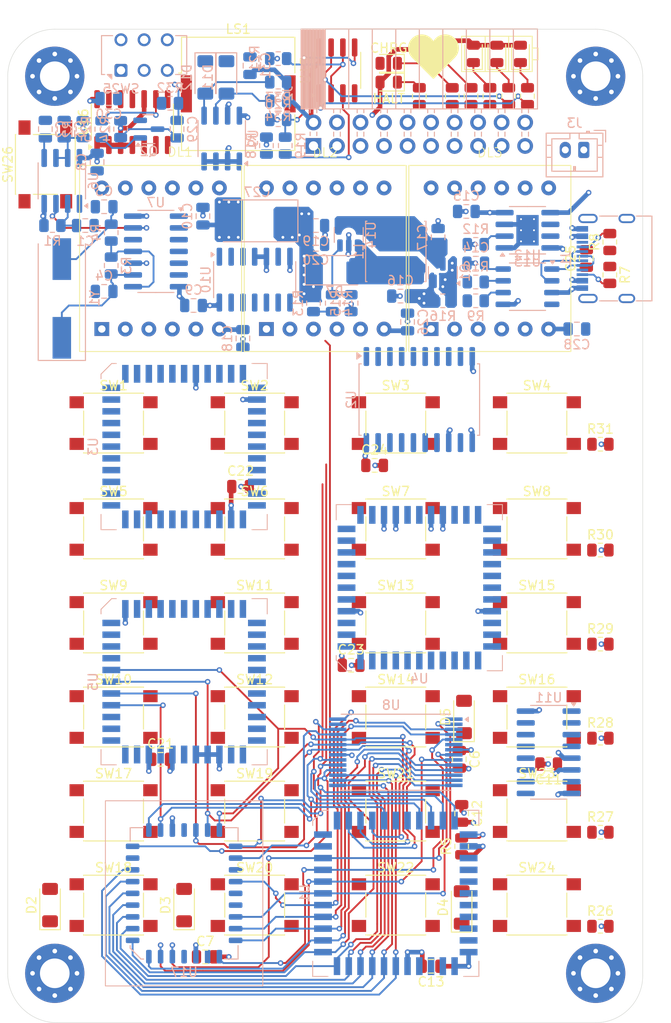
<source format=kicad_pcb>
(kicad_pcb (version 20241229) (generator "pcbnew") (generator_version "9.0")
  (layers (0 "F.Cu" signal) (4 "In1.Cu" signal) (6 "In2.Cu" signal) (2 "B.Cu" signal) (13 "F.Paste" user) (15 "B.Paste" user) (5 "F.SilkS" user "F.Silkscreen") (7 "B.SilkS" user "B.Silkscreen") (1 "F.Mask" user) (3 "B.Mask" user) (25 "Edge.Cuts" user))
  (net 0 "")
  (net 1 "Net-(U6-TR)")
  (net 2 "GND")
  (net 3 "Net-(U6-CV)")
  (net 4 "Net-(U6-DIS)")
  (net 5 "Net-(C4-Pad1)")
  (net 6 "Net-(C5-Pad1)")
  (net 7 "VCC")
  (net 8 "Net-(U12-V3)")
  (net 9 "VBUS")
  (net 10 "+BATT")
  (net 11 "Net-(Q1-D)")
  (net 12 "Net-(D1-K)")
  (net 13 "Net-(D2-A)")
  (net 14 "Net-(D3-A)")
  (net 15 "Net-(D4-A)")
  (net 16 "Net-(D5-A)")
  (net 17 "Net-(D6-K)")
  (net 18 "Net-(D7-A)")
  (net 19 "Net-(D8-K)")
  (net 20 "Net-(D9-K)")
  (net 21 "Net-(D10-K)")
  (net 22 "Net-(Q2-C)")
  (net 23 "Net-(Q1-G)")
  (net 24 "Net-(Q2-B)")
  (net 25 "Net-(R3-Pad2)")
  (net 26 "/CPU/~{INT}")
  (net 27 "Net-(U1-~{HALT})")
  (net 28 "Net-(J1-CC2)")
  (net 29 "Net-(J1-CC1)")
  (net 30 "Net-(U12-TXD)")
  (net 31 "Net-(U12-RXD)")
  (net 32 "Net-(U13-~{CHRG})")
  (net 33 "Net-(U13-PROG)")
  (net 34 "Net-(R13-Pad2)")
  (net 35 "Net-(U14-FB)")
  (net 36 "Net-(U15A-+)")
  (net 37 "Net-(U15B-+)")
  (net 38 "Net-(U15A--)")
  (net 39 "Net-(R22-Pad2)")
  (net 40 "Net-(R23-Pad2)")
  (net 41 "Net-(C29-Pad2)")
  (net 42 "Net-(U2-1A0)")
  (net 43 "Net-(U2-1A1)")
  (net 44 "Net-(U2-1A2)")
  (net 45 "Net-(U2-1A3)")
  (net 46 "Net-(U2-2A0)")
  (net 47 "Net-(U2-2A1)")
  (net 48 "/CPU/D7")
  (net 49 "/CPU/~{WR}")
  (net 50 "/CPU/~{RD}")
  (net 51 "/CPU/A4")
  (net 52 "/CPU/A13")
  (net 54 "/CPU/A10")
  (net 55 "/CPU/D3")
  (net 56 "/CPU/CLK")
  (net 57 "/CPU/D6")
  (net 58 "/CPU/D1")
  (net 59 "/CPU/A8")
  (net 61 "/CPU/A6")
  (net 62 "/CPU/A12")
  (net 63 "/CPU/~{MREQ}")
  (net 64 "/CPU/A15")
  (net 65 "/CPU/A7")
  (net 66 "/CPU/D5")
  (net 67 "/CPU/A0")
  (net 68 "/CPU/A11")
  (net 69 "/CPU/~{M1}")
  (net 70 "/CPU/A1")
  (net 71 "/CPU/A2")
  (net 72 "/CPU/~{RST}")
  (net 73 "/CPU/A14")
  (net 74 "/CPU/~{IOREQ}")
  (net 75 "/CPU/A5")
  (net 76 "/CPU/D4")
  (net 77 "/CPU/D0")
  (net 78 "/CPU/D2")
  (net 79 "/CPU/A3")
  (net 80 "/CPU/A9")
  (net 81 "Net-(D11-A)")
  (net 83 "Net-(D11-K)")
  (net 84 "Net-(D12-K)")
  (net 85 "Net-(D12-A)")
  (net 86 "Net-(D13-K)")
  (net 87 "/Expansion/PORTA0")
  (net 88 "/Expansion/PORTA7")
  (net 89 "/Expansion/PORTA5")
  (net 90 "/Expansion/PORTA3")
  (net 91 "/Expansion/PORTA4")
  (net 92 "/Expansion/TX")
  (net 93 "/Expansion/PORTA6")
  (net 94 "/Expansion/ARDY")
  (net 96 "/PIO/IEI")
  (net 97 "/Expansion/PORTA1")
  (net 99 "/Expansion/PORTB0")
  (net 100 "/Expansion/PORTA2")
  (net 104 "/PIO/IEO")
  (net 105 "/Expansion/RX")
  (net 108 "/SIO/RX1")
  (net 118 "/SIO/TX1")
  (net 120 "/CTC/IEI")
  (net 128 "/CTC/IEO")
  (net 131 "/CTC/TO1")
  (net 138 "Net-(U6-Q)")
  (net 139 "Net-(U10-Pad3)")
  (net 140 "Net-(U10-Pad12)")
  (net 141 "/CPU/~{PIO_M1}")
  (net 142 "Net-(U10-Pad13)")
  (net 143 "/CPU/~{RAM}")
  (net 145 "/CPU/~{ROM}")
  (net 146 "/Expansion/PORTB1")
  (net 147 "/CPU/~{KEY}")
  (net 148 "/Expansion/~{ASTB}")
  (net 149 "Net-(U3-PB2)")
  (net 150 "/CPU/~{SIO}")
  (net 151 "/CPU/~{CTC}")
  (net 152 "/CPU/~{PIO}")
  (net 154 "Net-(U12-UD-)")
  (net 155 "Net-(U12-UD+)")
  (net 159 "/CTC/TO0")
  (net 160 "Net-(U16B-Q)")
  (net 161 "Net-(U16B-C)")
  (net 162 "Net-(U16B-D)")
  (net 165 "/CPU/~{DISP1}")
  (net 166 "/CPU/~{DISP3}")
  (net 167 "/CPU/~{DISP2}")
  (net 168 "/CPU/~{SRST}")
  (footprint "LED_SMD:LED_0805_2012Metric" (layer "F.Cu") (at 142.494 37.846 180)
    (property "Reference" "D13" (hide yes))
    (property "Value" "HEARTBEAT" (hide yes))
  )
  (footprint "Resistor_SMD:R_0805_2012Metric" (layer "F.Cu") (at 161.544 58.166 90)
    (property "Reference" "R8")
    (property "Value" "5K1")
  )
  (footprint "Resistor_SMD:R_0805_2012Metric" (layer "F.Cu") (at 152.654 42.418 -90)
    (property "Reference" "R22" (hide yes))
    (property "Value" "470R")
  )
  (footprint "dl1414:DL1414" (layer "F.Cu") (at 148.59 59.944)
    (property "Reference" "DL3")
    (property "Value" "~" (hide yes))
  )
  (footprint "Button_Switch_SMD:SW_SPST_PTS645" (layer "F.Cu") (at 153.67 77.724)
    (property "Reference" "SW4")
    (property "Value" "F4")
  )
  (footprint "LED_SMD:LED_0805_2012Metric" (layer "F.Cu") (at 137.668 40.894 180)
    (property "Reference" "D1" (hide yes))
    (property "Value" "HALT")
  )
  (footprint "Resistor_SMD:R_0805_2012Metric" (layer "F.Cu") (at 160.528 121.92)
    (property "Reference" "R27")
    (property "Value" "10K")
  )
  (footprint "Capacitor_SMD:C_0805_2012Metric" (layer "F.Cu") (at 145.542 119.888 -90)
    (property "Reference" "C12")
    (property "Value" "100n")
  )
  (footprint "Button_Switch_SMD:SW_SPST_PTS645" (layer "F.Cu") (at 153.67 89.154)
    (property "Reference" "SW8")
    (property "Value" "F")
  )
  (footprint "LED_SMD:LED_0805_2012Metric" (layer "F.Cu") (at 149.352 37.846 90)
    (property "Reference" "D10" (hide yes))
    (property "Value" "MEDIUM" (hide yes))
  )
  (footprint "Capacitor_SMD:C_0805_2012Metric" (layer "F.Cu") (at 159.004 59.944 90)
    (property "Reference" "C25")
    (property "Value" "100n")
  )
  (footprint "Button_Switch_SMD:SW_SPST_PTS645" (layer "F.Cu") (at 123.19 99.314)
    (property "Reference" "SW11")
    (property "Value" "9")
  )
  (footprint "Button_Switch_SMD:SW_SPST_PTS645" (layer "F.Cu") (at 123.19 119.634)
    (property "Reference" "SW19")
    (property "Value" "1")
  )
  (footprint "Package_SO:SOIC-8_3.9x4.9mm_P1.27mm" (layer "F.Cu") (at 132.08 39.624 90)
    (property "Reference" "U15")
    (property "Value" "LM393")
  )
  (footprint "MountingHole:MountingHole_3.2mm_M3_Pad_Via" (layer "F.Cu") (at 101.6 137.16)
    (property "Reference" "H4" (hide yes))
    (property "Value" "MountingHole_Pad_MP" (hide yes))
  )
  (footprint "Capacitor_SMD:C_0805_2012Metric" (layer "F.Cu") (at 154.94 114.554 180)
    (property "Reference" "C11")
    (property "Value" "100n")
  )
  (footprint "Button_Switch_SMD:SW_SPST_PTS645" (layer "F.Cu") (at 153.67 109.474)
    (property "Reference" "SW16")
    (property "Value" "7")
  )
  (footprint "Button_Switch_SMD:SW_SPST_PTS645" (layer "F.Cu") (at 123.19 77.724)
    (property "Reference" "SW2")
    (property "Value" "F2")
  )
  (footprint "Capacitor_SMD:C_0805_2012Metric" (layer "F.Cu") (at 142.24 136.398 180)
    (property "Reference" "C13")
    (property "Value" "100n")
  )
  (footprint "Resistor_SMD:R_0805_2012Metric" (layer "F.Cu") (at 160.528 80.01)
    (property "Reference" "R31")
    (property "Value" "10K")
  )
  (footprint "Button_Switch_SMD:SW_SPST_PTS645" (layer "F.Cu") (at 123.19 109.474)
    (property "Reference" "SW12")
    (property "Value" "5")
  )
  (footprint "Diode_SMD:D_MiniMELF" (layer "F.Cu") (at 101.092 129.794 90)
    (property "Reference" "D2")
    (property "Value" "1N4148")
  )
  (footprint "Button_Switch_SMD:SW_SPST_PTS645" (layer "F.Cu") (at 123.19 89.154)
    (property "Reference" "SW6")
    (property "Value" "D")
  )
  (footprint "Capacitor_SMD:C_0805_2012Metric" (layer "F.Cu") (at 145.288 114.046 -90)
    (property "Reference" "C6")
    (property "Value" "100n")
  )
  (footprint "Package_SO:SO-14_3.9x8.65mm_P1.27mm" (layer "F.Cu") (at 109.982 45.212 90)
    (property "Reference" "U16")
    (property "Value" "74HC74")
  )
  (footprint "Capacitor_SMD:C_0805_2012Metric" (layer "F.Cu") (at 121.666 84.582)
    (property "Reference" "C22")
    (property "Value" "100n")
  )
  (footprint "Capacitor_SMD:C_0805_2012Metric" (layer "F.Cu") (at 133.604 103.886)
    (property "Reference" "C23")
    (property "Value" "100n")
  )
  (footprint "Resistor_SMD:R_0805_2012Metric" (layer "F.Cu") (at 161.544 61.722 -90)
    (property "Reference" "R7")
    (property "Value" "5K1")
  )
  (footprint "Button_Switch_SMD:SW_SPST_PTS645" (layer "F.Cu") (at 138.43 77.724)
    (property "Reference" "SW3")
    (property "Value" "F3")
  )
  (footprint "Diode_SMD:D_MiniMELF" (layer "F.Cu") (at 145.796 109.474 90)
    (property "Reference" "D5")
    (property "Value" "1N4148")
  )
  (footprint "Button_Switch_SMD:SW_SPST_PTS645" (layer "F.Cu") (at 107.95 99.314)
    (property "Reference" "SW9")
    (property "Value" "8")
  )
  (footprint "Button_Switch_SMD:SW_SPST_PTS645" (layer "F.Cu") (at 138.43 109.474)
    (property "Reference" "SW14")
    (property "Value" "6")
  )
  (footprint "Button_Switch_SMD:SW_SPST_PTS645" (layer "F.Cu") (at 107.95 109.474)
    (property "Reference" "SW10")
    (property "Value" "4")
  )
  (footprint "Button_Switch_SMD:SW_SPST_PTS645" (layer "F.Cu") (at 107.95 77.724)
    (property "Reference" "SW1")
    (property "Value" "F1")
  )
  (footprint "Resistor_SMD:R_0805_2012Metric" (layer "F.Cu") (at 148.59 42.418 -90)
    (property "Reference" "R17" (hide yes))
    (property "Value" "1K")
  )
  (footprint "Button_Switch_SMD:SW_SPST_PTS645" (layer "F.Cu") (at 138.43 119.634)
    (property "Reference" "SW21")
    (property "Value" "2")
  )
  (footprint "Button_Switch_SMD:SW_SPST_PTS645" (layer "F.Cu") (at 107.95 129.794)
    (property "Reference" "SW18")
    (property "Value" "INC")
  )
  (footprint "Button_Switch_SMD:SW_SPST_PTS645" (layer "F.Cu") (at 100.584 49.784 90)
    (property "Reference" "SW26")
    (property "Value" "RESET")
  )
  (footprint "Button_Switch_SMD:SW_SPST_PTS645" (layer "F.Cu") (at 123.19 129.794)
    (property "Reference" "SW20")
    (property "Value" "DEC")
  )
  (footprint "MountingHole:MountingHole_3.2mm_M3_Pad_Via" (layer "F.Cu") (at 101.6 40.259)
    (property "Reference" "H2" (hide yes))
    (property "Value" "MountingHole_Pad_MP" (hide yes))
  )
  (footprint "Button_Switch_SMD:SW_SPST_PTS645" (layer "F.Cu") (at 153.67 99.314)
    (property "Reference" "SW15")
    (property "Value" "B")
  )
  (footprint "Resistor_SMD:R_0805_2012Metric" (layer "F.Cu") (at 160.528 91.44)
    (property "Reference" "R30")
    (property "Value" "10K")
  )
  (footprint "Resistor_SMD:R_0805_2012Metric" (layer "F.Cu") (at 160.528 111.76)
    (property "Reference" "R28")
    (property "Value" "10K")
  )
  (footprint "Diode_SMD:D_MiniMELF" (layer "F.Cu") (at 145.542 130.048 90)
    (property "Reference" "D4")
    (property "Value" "1N4148")
  )
  (footprint "Button_Switch_SMD:SW_SPST_PTS645" (layer "F.Cu") (at 107.95 119.634)
    (property "Reference" "SW17")
    (property "Value" "0")
  )
  (footprint "Resistor_SMD:R_0805_2012Metric" (layer "F.Cu") (at 145.542 123.444 90)
    (property "Reference" "R5")
    (property "Value" "10K")
  )
  (footprint "Button_Switch_SMD:SW_SPST_PTS645" (layer "F.Cu") (at 138.43 129.794)
    (property "Reference" "SW22")
    (property "Value" "SEL")
  )
  (footprint "Resistor_SMD:R_0805_2012Metric" (layer "F.Cu") (at 160.528 101.6)
    (property "Reference" "R29")
    (property "Value" "10K")
  )
  (footprint "Capacitor_SMD:C_0805_2012Metric" (layer "F.Cu") (at 136.144 82.296)
    (property "Reference" "C24")
    (property "Value" "100n")
  )
  (footprint "Resistor_SMD:R_0805_2012Metric" (layer "F.Cu") (at 140.97 42.418 -90)
    (property "Reference" "R6" (hide yes))
    (property "Value" "1K")
  )
  (footprint "Button_Switch_SMD:SW_SPST_PTS645" (layer "F.Cu") (at 153.67 129.794)
    (property "Reference" "SW24")
    (property "Value" "GO!")
  )
  (footprint "Capacitor_SMD:C_0805_2012Metric" (layer "F.Cu") (at 113.03 114.046)
    (property "Reference" "C21")
    (property "Value" "100n")
  )
  (footprint "Buzzer_Beeper:Buzzer_Murata_PKLCS1212E" (layer "F.Cu") (at 121.412 42.164)
    (property "Reference" "LS1")
    (property "Value" "Speaker_Crystal")
  )
  (footprint "Button_Switch_SMD:SW_SPST_PTS645" (layer "F.Cu") (at 138.43 89.154)
    (property "Reference" "SW7")
    (property "Value" "E")
  )
  (footprint "dl1414:DL1414" (layer "F.Cu") (at 130.81 59.944)
    (property "Reference" "DL2")
    (property "Value" "~" (hide yes))
  )
  (footprint "LED_SMD:LED_0805_2012Metric" (layer "F.Cu") (at 151.892 37.846 90)
    (property "Reference" "D9" (hide yes))
    (property "Value" "HIGH" (hide yes))
  )
  (footprint "dl1414:DL1414" (layer "F.Cu") (at 113.03 59.944)
    (property "Reference" "DL1")
    (property "Value" "~" (hide yes))
  )
  (footprint "LED_SMD:LED_0805_2012Metric" (layer "F.Cu") (at 146.812 37.846 90)
    (property "Reference" "D8" (hide yes))
    (property "Value" "POWER" (hide yes))
  )
  (footprint "MountingHole:MountingHole_3.2mm_M3_Pad_Via" (layer "F.Cu") (at 160.02 40.259)
    (property "Reference" "H1" (hide yes))
    (property "Value" "MountingHole_Pad_MP" (hide yes))
  )
  (footprint "Resistor_SMD:R_0805_2012Metric" (layer "F.Cu") (at 150.622 42.418 -90)
    (property "Reference" "R23" (hide yes))
    (property "Value" "680R")
  )
  (footprint "Button_Switch_SMD:SW_SPST_PTS645" (layer "F.Cu") (at 153.67 119.634)
    (property "Reference" "SW23")
    (property "Value" "3")
  )
  (footprint "Capacitor_SMD:C_0805_2012Metric" (layer "F.Cu") (at 117.856 135.382)
    (property "Reference" "C7")
    (property "Value" "100n")
  )
  (footprint "Button_Switch_SMD:SW_SPST_PTS645" (layer "F.Cu") (at 107.95 89.154)
    (property "Reference" "SW5")
    (property "Value" "C")
  )
  (footprint "Diode_SMD:D_MiniMELF" (layer "F.Cu") (at 115.57 129.794 90)
    (property "Reference" "D3")
    (property "Value" "1N4148")
  )
  (footprint "Resistor_SMD:R_0805_2012Metric" (layer "F.Cu") (at 144.526 42.418 -90)
    (property "Reference" "R11" (hide yes))
    (property "Value" "1K")
  )
  (footprint "MountingHole:MountingHole_3.2mm_M3_Pad_Via" (layer "F.Cu") (at 160.02 137.16)
    (property "Reference" "H3" (hide yes))
    (property "Value" "MountingHole_Pad_MP" (hide yes))
  )
  (footprint "Button_Switch_SMD:SW_SPST_PTS645" (layer "F.Cu") (at 138.43 99.314)
    (property "Reference" "SW13")
    (property "Value" "A")
  )
  (footprint "Resistor_SMD:R_0805_2012Metric" (layer "F.Cu") (at 160.528 132.08)
    (property "Reference" "R26")
    (property "Value" "10K")
  )
  (footprint "LED_SMD:LED_0805_2012Metric" (layer "F.Cu") (at 137.668 38.862 180)
    (property "Reference" "D6" (hide yes))
    (property "Value" "CHRG")
  )
  (footprint "Resistor_SMD:R_0805_2012Metric" (layer "F.Cu") (at 146.558 42.418 -90)
    (property "Reference" "R35" (hide yes))
    (property "Value" "470R")
  )
  (footprint "Resistor_SMD:R_0805_2012Metric" (layer "B.Cu") (at 124.46 47.752 -90)
    (property "Reference" "R18")
    (property "Value" "68K")
  )
  (footprint "Inductor_SMD:L_Sunlord_SWPA6040S" (layer "B.Cu") (at 138.43 59.182 -90)
    (property "Reference" "L1")
    (property "Value" "220u")
  )
  (footprint "Capacitor_SMD:C_0805_2012Metric" (layer "B.Cu") (at 147.066 60.452 180)
    (property "Reference" "C14")
    (property "Value" "100n")
  )
  (footprint "Package_SO:SOIC-8-1EP_3.9x4.9mm_P1.27mm_EP2.41x3.3mm_ThermalVias" (layer "B.Cu") (at 152.654 56.896)
    (property "Reference" "U13")
    (property "Value" "TP4056-42-ESOP8")
  )
  (footprint "Connector_USB:USB_C_Receptacle_G-Switch_GT-USB-7010ASV" (layer "B.Cu") (at 162.306 59.944 -90)
    (property "Reference" "J1")
    (property "Value" "USB_C_Receptacle_USB2.0_14P")
  )
  (footprint "Package_TO_SOT_SMD:SOT-23" (layer "B.Cu") (at 143.51 61.468 90)
    (property "Reference" "Q1")
    (property "Value" "IRLML6402")
  )
  (footprint "Resistor_SMD:R_0805_2012Metric" (layer "B.Cu") (at 126.492 47.752 90)
    (property "Reference" "R19")
    (property "Value" "47K")
  )
  (footprint "Resistor_SMD:R_0805_2012Metric" (layer "B.Cu") (at 107.696 57.15 -90)
    (property "Reference" "R4")
    (property "Value" "1K")
  )
  (footprint "Package_LCC:PLCC-44" (layer "B.Cu") (at 115.57 80.264 -90)
    (property "Reference" "U3")
    (property "Value" "PIO-PLCC-44")
  )
  (footprint "Package_TO_SOT_SMD:SOT-23" (layer "B.Cu") (at 111.76 45.974)
    (property "Reference" "Q2")
    (property "Value" "BC847")
  )
  (footprint "Package_SO:SO-14_3.9x8.65mm_P1.27mm" (layer "B.Cu") (at 112.522 59.182 180)
    (property "Reference" "U7")
    (property "Value" "74HC04")
  )
  (footprint "Package_SO:TSOP-I-28_11.8x8mm_P0.55mm" (layer "B.Cu") (at 138.43 113.284 180)
    (property "Reference" "U8")
    (property "Value" "62256")
  )
  (footprint "Capacitor_SMD:C_0805_2012Metric" (layer "B.Cu") (at 106.934 54.356 180)
    (property "Reference" "C5")
    (property "Value" "22p")
  )
  (footprint "Resistor_SMD:R_0805_2012Metric" (layer "B.Cu") (at 104.648 45.974 -90)
    (property "Reference" "R2")
    (property "Value" "1M")
  )
  (footprint "Capacitor_SMD:C_0805_2012Metric" (layer "B.Cu") (at 106.934 63.5 180)
    (property "Reference" "C4")
    (property "Value" "22p")
  )
  (footprint "Resistor_SMD:R_0805_2012Metric" (layer "B.Cu") (at 147.066 58.42 180)
    (property "Reference" "R12")
    (property "Value" "2K7")
  )
  (footprint "Package_SO:SOIC-20W_7.5x12.8mm_P1.27mm" (layer "B.Cu") (at 140.97 75.184 -90)
    (property "Reference" "U2")
    (property "Value" "74HC244")
  )
  (footprint "Package_SO:SOIC-8_3.9x4.9mm_P1.27mm" (layer "B.Cu") (at 119.634 46.99 90)
    (property "Reference" "U9")
    (property "Value" "24C512")
  )
  (footprint "Capacitor_SMD:C_0805_2012Metric" (layer "B.Cu") (at 117.602 55.372 -90)
    (property "Reference" "C10")
    (property "Value" "100n")
  )
  (footprint "Resistor_SMD:R_0805_2012Metric" (layer "B.Cu") (at 125.73 38.354)
    (property "Reference" "R21")
    (property "Value" "100K")
  )
  (footprint "Diode_SMD:D_MiniMELF" (layer "B.Cu") (at 117.856 40.386 -90)
    (property "Reference" "D12")
    (property "Value" "1N4148")
  )
  (footprint "Package_SO:SOIC-8_3.9x4.9mm_P1.27mm" (layer "B.Cu") (at 102.362 51.562 90)
    (property "Reference" "U6")
    (property "Value" "NE555D")
  )
  (footprint "Capacitor_SMD:C_0805_2012Metric" (layer "B.Cu") (at 102.616 45.974 90)
    (property "Reference" "C3")
    (property "Value" "220n")
  )
  (footprint "Button_Switch_THT:SW_CK_JS202011AQN_DPDT_Angled" (layer "B.Cu") (at 108.752 39.622)
    (property "Reference" "SW25")
    (property "Value" "SW_Push_DPDT")
  )
  (footprint "Resistor_SMD:R_0805_2012Metric" (layer "B.Cu") (at 131.572 64.77 90)
    (property "Reference" "R14")
    (property "Value" "6K8")
  )
  (footprint "Capacitor_SMD:C_0805_2012Metric" (layer "B.Cu") (at 121.92 68.58 -90)
    (property "Reference" "C18")
    (property "Value" "100n")
  )
  (footprint "Diode_SMD:D_MiniMELF" (layer "B.Cu") (at 120.142 40.386 -90)
    (property "Reference" "D11")
    (property "Value" "1N4148")
  )
  (footprint "Package_LCC:PLCC-44" (layer "B.Cu") (at 138.43 128.524 -90)
    (property "Reference" "U1")
    (property "Value" "Z80CPU")
  )
  (footprint "Resistor_SMD:R_0805_2012Metric" (layer "B.Cu") (at 106.68 45.974 -90)
    (property "Reference" "R25")
    (property "Value" "10K")
  )
  (footprint "Capacitor_SMD:C_0805_2012Metric" (layer "B.Cu") (at 129.794 56.388)
    (property "Reference" "C19")
    (property "Value" "100n")
  )
  (footprint "Resistor_SMD:R_0805_2012Metric" (layer "B.Cu") (at 133.604 64.77 -90)
    (property "Reference" "R15")
    (property "Value" "1K")
  )
  (footprint "Resistor_SMD:R_0805_2012Metric" (layer "B.Cu") (at 101.346 56.388)
    (property "Reference" "R1")
    (property "Value" "10K")
  )
  (footprint "Capacitor_SMD:C_0805_2012Metric" (layer "B.Cu") (at 139.7 66.802 90)
    (property "Reference" "C26")
    (property "Value" "100n")
  )
  (footprint "Capacitor_SMD:C_0805_2012Metric" (layer "B.Cu") (at 104.902 56.388)
    (property "Reference" "C1")
    (property "Value" "100n")
  )
  (footprint "Capacitor_SMD:C_0805_2012Metric" (layer "B.Cu") (at 122.682 39.116 90)
    (property "Reference" "C31")
    (property "Value" "100n")
  )
  (footprint "Crystal:Crystal_SMD_HC49-SD" (layer "B.Cu") (at 102.362 64.262 90)
    (property "Reference" "Y1")
    (property "Value" "3.6864M")
  )
  (footprint "Resistor_SMD:R_0805_2012Metric" (layer "B.Cu") (at 107.696 60.706 90)
    (property "Reference" "R3")
    (property "Value" "1M")
  )
  (footprint "Connector_PinSocket_2.54mm:PinSocket_2x10_P2.54mm_Horizontal" (layer "B.Cu") (at 129.54 47.789 -90)
    (property "Reference" "J2")
    (property "Value" "Conn_02x10_Odd_Even")
  )
  (footprint "Capacitor_Tantalum_SMD:CP_EIA-7343-15_Kemet-W" (layer "B.Cu") (at 123.444 55.88 180)
    (property "Reference" "C27")
    (property "Value" "68u")
  )
  (footprint "Resistor_SMD:R_0805_2012Metric" (layer "B.Cu") (at 147.066 64.516)
    (property "Reference" "R9")
    (property "Value" "220R")
  )
  (footprint "Package_LCC:PLCC-44" (layer "B.Cu") (at 115.57 105.664 -90)
    (property "Reference" "U5")
    (property "Value" "CTC-PLCC-44")
  )
  (footprint "Capacitor_SMD:C_0805_2012Metric" (layer "B.Cu") (at 138.938 64.008 180)
    (property "Reference" "C16")
    (property "Value" "22u")
  )
  (footprint "Resistor_SMD:R_0805_2012Metric" (layer "B.Cu") (at 125.73 40.894)
    (property "Reference" "R33")
    (property "Value" "4K7")
  )
  (footprint "Resistor_SMD:R_0805_2012Metric" (layer "B.Cu") (at 108.712 45.974 -90)
    (property "Reference" "R24")
    (property "Value" "1K")
  )
  (footprint "Resistor_SMD:R_0805_2012Metric" (layer "B.Cu") (at 125.73 44.958 180)
    (property "Reference" "R20")
    (property "Value" "220K")
  )
  (footprint "Resistor_SMD:R_0805_2012Metric" (layer "B.Cu") (at 147.066 62.484 180)
    (property "Reference" "R10")
    (property "Value" "220R")
  )
  (footprint "Resistor_SMD:R_0805_2012Metric" (layer "B.Cu") (at 125.73 42.926)
    (property "Reference" "R34")
    (property "Value" "4K7")
  )
  (footprint "Connector_JST:JST_PH_B2B-PH-K_1x02_P2.00mm_Vertical" (layer "B.Cu") (at 158.734 48.218 180)
    (property "Reference" "J3")
    (property "Value" "Conn_01x02")
  )
  (footprint "Capacitor_SMD:C_0805_2012Metric" (layer "B.Cu") (at 143.002 57.658 -90)
    (property "Reference" "C17")
    (property "Value" "100n")
  )
  (footprint "Package_TO_SOT_SMD:TSOT-23-5" (layer "B.Cu") (at 133.35 57.404 90)
    (property "Reference" "U14")
    (property "Value" "SX1308")
  )
  (footprint "Package_LCC:PLCC-32_11.4x14.0mm_P1.27mm" (layer "B.Cu") (at 115.57 128.524)
    (property "Reference" "U17")
    (property "Value" "28C256")
  )
  (footprint "Capacitor_SMD:C_0805_2012Metric" (layer "B.Cu") (at 107.442 42.672)
    (property "Reference" "C30")
    (property "Value" "100n")
  )
  (footprint "Package_LCC:PLCC-44" (layer "B.Cu") (at 140.97 95.504)
    (property "Reference" "U4")
    (property "Value" "SIO3-PLCC-44")
  )
  (footprint "Resistor_SMD:R_0805_2012Metric" (layer "B.Cu") (at 143.51 64.516)
    (property "Reference" "R16")
    (property "Value" "1M")
  )
  (footprint "Resistor_SMD:R_0805_2012Metric" (layer "B.Cu") (at 129.54 64.77 -90)
    (property "Reference" "R13")
    (property "Value" "470R")
  )
  (footprint "Package_SO:SOIC-16_3.9x9.9mm_P1.27mm" (layer "B.Cu") (at 154.94 113.284 180)
    (property "Reference" "U11")
    (property "Value" "74HC138")
  )
  (footprint "Package_SO:SO-14_3.9x8.65mm_P1.27mm" (layer "B.Cu") (at 123.19 62.23 -90)
    (property "Reference" "U10")
    (property "Value" "74HC00")
  )
  (footprint "Capacitor_SMD:C_0805_2012Metric" (layer "B.Cu") (at 146.05 54.864 180)
    (property "Reference" "C15")
    (property "Value" "22u")
  )
  (footprint "Diode_SMD:D_2010_5025Metric" (layer "B.Cu") (at 131.826 61.214)
    (property "Reference" "D7")
    (property "Value" "SS34")
  )
  (footprint "Capacitor_SMD:C_0805_2012Metric" (layer "B.Cu") (at 106.172 49.53 -90)
    (property "Reference" "C8")
    (property "Value" "100n")
  )
  (footprint "Capacitor_SMD:C_0805_2012Metric" (layer "B.Cu") (at 129.794 58.42)
    (property "Reference" "C20")
    (property "Value" "22u")
  )
  (footprint "Package_SO:SOP-8_3.9x4.9mm_P1.27mm" (layer "B.Cu") (at 152.654 62.992 180)
    (property "Reference" "U12")
    (property "Value" "CH340N")
  )
  (footprint "Resistor_SMD:R_0805_2012Metric" (layer "B.Cu") (at 114.046 43.18 180)
    (property "Reference" "R32")
    (property "Value" "100k")
  )
  (footprint "Capacitor_SMD:C_0805_2012Metric" (layer "B.Cu") (at 100.584 45.974 90)
    (property "Reference" "C2")
    (property "Value" "10n")
  )
  (footprint "Capacitor_SMD:C_0805_2012Metric" (layer "B.Cu") (at 157.988 67.564)
    (property "Reference" "C28")
    (property "Value" "100n")
  )
  (footprint "Capacitor_SMD:C_0805_2012Metric" (layer "B.Cu") (at 116.586 65.024 180)
    (property "Reference" "C9")
    (property "Value" "100n")
  )
  (footprint "Capacitor_SMD:C_0805_2012Metric" (layer "B.Cu") (at 114.808 45.974 90)
    (property "Reference" "C29")
    (property "Value" "1u")
  )
  (gr_line (start 142.494 40.489044) (end 144.768023 38.215021) (stroke (width 0.1)) (layer "F.SilkS"))
  (gr_line (start 140.219979 38.215023) (end 142.494 40.489044) (stroke (width 0.1)) (layer "F.SilkS"))
  (gr_arc (start 140.219978 38.215022) (mid 140.393769 36.059116) (end 142.493999 36.576) (stroke (width 0.1)) (layer "F.SilkS"))
  (gr_line (start 153.797 38.481) (end 153.797 37.211) (stroke (width 0.1)) (layer "F.SilkS"))
  (gr_circle (center 143.764 37.211) (end 143.764 35.791097) (stroke (width 0.1)) (fill yes) (layer "F.SilkS"))
  (gr_circle (center 141.224001 37.211) (end 141.224001 35.814) (stroke (width 0.1)) (fill yes) (layer "F.SilkS"))
  (gr_line (start 150.622 35.941) (end 150.622 39.751) (stroke (width 0.1)) (layer "F.SilkS"))
  (gr_rect (start 141.732 37.592) (end 143.256 38.608) (stroke (width 0.1)) (fill yes) (layer "F.SilkS"))
  (gr_arc (start 142.494 36.576) (mid 144.594232 36.059115) (end 144.768023 38.215023) (stroke (width 0.1)) (layer "F.SilkS"))
  (gr_line (start 153.162 35.941) (end 153.162 39.751) (stroke (width 0.1)) (layer "F.SilkS"))
  (gr_line (start 153.797 37.211) (end 153.162 37.211) (stroke (width 0.1)) (layer "F.SilkS"))
  (gr_line (start 145.542 35.941) (end 153.162 35.941) (stroke (width 0.1)) (layer "F.SilkS"))
  (gr_poly (pts (xy 140.219979 38.215023) (xy 142.494 40.489044) (xy 144.768023 38.215021) (xy 140.219981 38.215021)) (stroke (width 0.1)) (fill yes) (layer "F.SilkS"))
  (gr_line (start 145.542 39.751) (end 145.542 35.941) (stroke (width 0.1)) (layer "F.SilkS"))
  (gr_line (start 153.162 39.751) (end 145.542 39.751) (stroke (width 0.1)) (layer "F.SilkS"))
  (gr_line (start 153.162 38.481) (end 153.797 38.481) (stroke (width 0.1)) (layer "F.SilkS"))
  (gr_line (start 148.082 35.941) (end 148.082 39.751) (stroke (width 0.1)) (layer "F.SilkS"))
  (gr_arc (start 160.02 35.179) (mid 163.612102 36.666898) (end 165.1 40.259) (stroke (width 0.05)) (layer "Edge.Cuts"))
  (gr_arc (start 101.854 142.494) (mid 98.082292 140.931708) (end 96.52 137.16) (stroke (width 0.05)) (layer "Edge.Cuts"))
  (gr_line (start 101.6 35.179) (end 160.02 35.179) (stroke (width 0.05)) (layer "Edge.Cuts"))
  (gr_line (start 96.52 137.16) (end 96.52 40.259) (stroke (width 0.05)) (layer "Edge.Cuts"))
  (gr_line (start 160.019998 142.494) (end 101.854 142.494) (stroke (width 0.05)) (layer "Edge.Cuts"))
  (gr_arc (start 96.52 40.259) (mid 98.007898 36.666898) (end 101.6 35.179) (stroke (width 0.05)) (layer "Edge.Cuts"))
  (gr_arc (start 165.099998 137.414) (mid 163.6121 141.006102) (end 160.019998 142.494) (stroke (width 0.05)) (layer "Edge.Cuts"))
  (gr_line (start 165.1 40.259) (end 165.099998 137.413998) (stroke (width 0.05)) (layer "Edge.Cuts"))
  (segment (start 102.409 55.88) (end 102.2585 56.0305) (width 0.2) (layer "B.Cu") (net 1))
  (segment (start 102.616 55.88) (end 102.409 55.88) (width 0.2) (layer "B.Cu") (net 1))
  (segment (start 102.997 55.499) (end 102.616 55.88) (width 0.2) (layer "B.Cu") (net 1))
  (segment (start 102.2585 56.388) (end 103.952 56.388) (width 0.2) (layer "B.Cu") (net 1))
  (segment (start 102.2585 56.0305) (end 102.2585 56.388) (width 0.2) (layer "B.Cu") (net 1))
  (segment (start 102.997 54.037) (end 102.997 55.499) (width 0.2) (layer "B.Cu") (net 1))
  (segment (start 153.99 114.554) (end 154.89 114.554) (width 0.5) (layer "F.Cu") (net 2))
  (segment (start 114.046 114.112) (end 113.98 114.046) (width 0.5) (layer "F.Cu") (net 2))
  (segment (start 114.046 115.316) (end 114.046 114.112) (width 0.5) (layer "F.Cu") (net 2))
  (segment (start 145.542 120.838) (end 146.746 120.838) (width 0.5) (layer "F.Cu") (net 2))
  (segment (start 146.746 120.838) (end 146.812 120.904) (width 0.5) (layer "F.Cu") (net 2))
  (segment (start 146.238 114.996) (end 146.304 115.062) (width 0.5) (layer "F.Cu") (net 2))
  (segment (start 118.806 135.382) (end 120.396 135.382) (width 0.5) (layer "F.Cu") (net 2))
  (segment (start 141.29 136.398) (end 141.29 134.94) (width 0.5) (layer "F.Cu") (net 2))
  (segment (start 134.554 103.886) (end 133.654 103.886) (width 0.5) (layer "F.Cu") (net 2))
  (segment (start 145.288 114.996) (end 146.238 114.996) (width 0.5) (layer "F.Cu") (net 2))
  (segment (start 137.094 82.296) (end 136.194 82.296) (width 0.5) (layer "F.Cu") (net 2))
  (segment (start 122.616 84.582) (end 121.716 84.582) (width 0.5) (layer "F.Cu") (net 2))
  (segment (start 141.29 134.94) (end 141.224 134.874) (width 0.5) (layer "F.Cu") (net 2))
  (via (at 141.224 134.874) (size 0.6) (drill 0.3) (layers "F.Cu" "B.Cu") (net 2))
  (via (at 146.812 120.904) (size 0.6) (drill 0.3) (layers "F.Cu" "B.Cu") (net 2))
  (via (at 119.38 57.658) (size 0.6) (drill 0.3) (layers "F.Cu" "B.Cu") (net 2))
  (via (at 147.32 98.044) (size 0.6) (drill 0.3) (layers "F.Cu" "B.Cu") (net 2))
  (via (at 143.002 55.88) (size 0.6) (drill 0.3) (layers "F.Cu" "B.Cu") (net 2))
  (via (at 127 61.214) (size 0.6) (drill 0.3) (layers "F.Cu" "B.Cu") (net 2))
  (via (at 133.687206 113.609) (size 0.6) (drill 0.3) (layers "F.Cu" "B.Cu") (net 2))
  (via (at 119.38 115.062) (size 0.6) (drill 0.3) (layers "F.Cu" "B.Cu") (net 2))
  (via (at 130.81 57.404) (size 0.6) (drill 0.3) (layers "F.Cu" "B.Cu") (net 2))
  (via (at 120.396 48.006) (size 0.6) (drill 0.3) (layers "F.Cu" "B.Cu") (net 2))
  (via (at 146.966 58.42) (size 0.6) (drill 0.3) (layers "F.Cu" "B.Cu") (net 2))
  (via (at 138.43 89.154) (size 0.6) (drill 0.3) (layers "F.Cu" "B.Cu") (net 2))
  (via (at 121.412 57.658) (size 0.6) (drill 0.3) (layers "F.Cu" "B.Cu") (net 2))
  (via (at 133.294277 59.475922) (size 0.6) (drill 0.3) (layers "F.Cu" "B.Cu") (net 2))
  (via (at 120.396 53.848) (size 0.6) (drill 0.3) (layers "F.Cu" "B.Cu") (net 2))
  (via (at 109.22 99.314) (size 0.6) (drill 0.3) (layers "F.Cu" "B.Cu") (net 2))
  (via (at 139.7 66.752) (size 0.6) (drill 0.3) (layers "F.Cu" "B.Cu") (net 2))
  (via (at 133.654 103.886) (size 0.6) (drill 0.3) (layers "F.Cu" "B.Cu") (net 2))
  (via (at 116.84 73.914) (size 0.6) (drill 0.3) (layers "F.Cu" "B.Cu") (net 2))
  (via (at 136.194 82.296) (size 0.6) (drill 0.3) (layers "F.Cu" "B.Cu") (net 2))
  (via (at 146.558 78.486) (size 0.6) (drill 0.3) (layers "F.Cu" "B.Cu") (net 2))
  (via (at 143.51 89.154) (size 0.6) (drill 0.3) (layers "F.Cu" "B.Cu") (net 2))
  (via (at 120.396 43.286) (size 0.6) (drill 0.3) (layers "F.Cu" "B.Cu") (net 2))
  (via (at 146.812 72.136) (size 0.6) (drill 0.3) (layers "F.Cu" "B.Cu") (net 2))
  (via (at 121.412 53.848) (size 0.6) (drill 0.3) (layers "F.Cu" "B.Cu") (net 2))
  (via (at 142.24 89.154) (size 0.6) (drill 0.3) (layers "F.Cu" "B.Cu") (net 2))
  (via (at 155.956 117.856) (size 0.6) (drill 0.3) (layers "F.Cu" "B.Cu") (net 2))
  (via (at 147.016 60.452) (size 0.6) (drill 0.3) (layers "F.Cu" "B.Cu") (net 2))
  (via (at 124.46 61.214) (size 0.6) (drill 0.3) (layers "F.Cu" "B.Cu") (net 2))
  (via (at 119.38 53.848) (size 0.6) (drill 0.3) (layers "F.Cu" "B.Cu") (net 2))
  (via (at 125.63 44.958) (size 0.6) (drill 0.3) (layers "F.Cu" "B.Cu") (net 2))
  (via (at 144.272 78.486) (size 0.6) (drill 0.3) (layers "F.Cu" "B.Cu") (net 2))
  (via (at 133.35 57.404) (size 0.6) (drill 0.3) (layers "F.Cu" "B.Cu") (net 2))
  (via (at 157.48 56.642) (size 0.6) (drill 0.3) (layers "F.Cu" "B.Cu") (net 2))
  (via (at 114.046 115.316) (size 0.6) (drill 0.3) (layers "F.Cu" "B.Cu") (net 2))
  (via (at 157.48 63.246) (size 0.6) (drill 0.3) (layers "F.Cu" "B.Cu") (net 2))
  (via (at 146 54.864) (size 0.6) (drill 0.3) (layers "F.Cu" "B.Cu") (net 2))
  (via (at 121.92 68.63) (size 0.6) (drill 0.3) (layers "F.Cu" "B.Cu") (net 2))
  (via (at 137.16 89.154) (size 0.6) (drill 0.3) (layers "F.Cu" "B.Cu") (net 2))
  (via (at 154.89 114.554) (size 0.6) (drill 0.3) (layers "F.Cu" "B.Cu") (net 2))
  (via (at 121.716 84.582) (size 0.6) (drill 0.3) (layers "F.Cu" "B.Cu") (net 2))
  (via (at 139.7 134.874) (size 0.6) (drill 0.3) (layers "F.Cu" "B.Cu") (net 2))
  (via (at 138.888 64.008) (size 0.6) (drill 0.3) (layers "F.Cu" "B.Cu") (net 2))
  (via (at 146.304 115.062) (size 0.6) (drill 0.3) (layers "F.Cu" "B.Cu") (net 2))
  (via (at 133.604 64.87) (size 0.6) (drill 0.3) (layers "F.Cu" "B.Cu") (net 2))
  (via (at 155.995536 113.329) (size 0.6) (drill 0.3) (layers "F.Cu" "B.Cu") (net 2))
  (via (at 120.396 57.658) (size 0.6) (drill 0.3) (layers "F.Cu" "B.Cu") (net 2))
  (via (at 115.062 64.008) (size 0.6) (drill 0.3) (layers "F.Cu" "B.Cu") (net 2))
  (via (at 114.3 120.396) (size 0.6) (drill 0.3) (layers "F.Cu" "B.Cu") (net 2))
  (via (at 120.396 135.382) (size 0.6) (drill 0.3) (layers "F.Cu" "B.Cu") (net 2))
  (segment (start 157.415 113.919) (end 156.585536 113.919) (width 0.5) (layer "B.Cu") (net 2))
  (segment (start 115.636 65.024) (end 115.636 64.582) (width 0.5) (layer "B.Cu") (net 2))
  (segment (start 114.3 115.062) (end 114.046 115.316) (width 0.5) (layer "B.Cu") (net 2))
  (segment (start 117.602 56.322) (end 119.882 56.322) (width 0.5) (layer "B.Cu") (net 2))
  (segment (start 119.38 113.5265) (end 118.11 113.5265) (width 0.5) (layer "B.Cu") (net 2))
  (segment (start 118.11 113.5265) (end 116.84 113.5265) (width 0.5) (layer "B.Cu") (net 2))
  (segment (start 145.1 54.864) (end 146 54.864) (width 0.5) (layer "B.Cu") (net 2))
  (segment (start 120.269 49.465) (end 120.269 48.133) (width 0.5) (layer "B.Cu") (net 2))
  (segment (start 157.582 63.144) (end 157.48 63.246) (width 0.5) (layer "B.Cu") (net 2))
  (segment (start 119.882 56.322) (end 120.324 55.88) (width 0.5) (layer "B.Cu") (net 2))
  (segment (start 144.145 79.834) (end 144.145 78.613) (width 0.5) (layer "B.Cu") (net 2))
  (segment (start 130.744 58.42) (end 130.744 57.47) (width 0.5) (layer "B.Cu") (net 2))
  (segment (start 139.7 65.852) (end 139.7 66.752) (width 0.5) (layer "B.Cu") (net 2))
  (segment (start 146.685 79.834) (end 146.685 78.613) (width 0.5) (layer "B.Cu") (net 2))
  (segment (start 137.988 64.008) (end 138.888 64.008) (width 0.5) (layer "B.Cu") (net 2))
  (segment (start 115.062 64.008) (end 115.062 63.057) (width 0.5) (layer "B.Cu") (net 2))
  (segment (start 116.84 72.4015) (end 116.84 73.914) (width 0.5) (layer "B.Cu") (net 2))
  (segment (start 124.8175 44.958) (end 125.63 44.958) (width 0.5) (layer "B.Cu") (net 2))
  (segment (start 132.16 113.559) (end 133.637206 113.559) (width 0.2) (layer "B.Cu") (net 2))
  (segment (start 142.24 87.6415) (end 142.24 89.154) (width 0.5) (layer "B.Cu") (net 2))
  (segment (start 115.636 64.582) (end 115.062 64.008) (width 0.5) (layer "B.Cu") (net 2))
  (segment (start 158.581 63.144) (end 157.582 63.144) (width 0.5) (layer "B.Cu") (net 2))
  (segment (start 156.585536 113.919) (end 155.995536 113.329) (width 0.5) (layer "B.Cu") (net 2))
  (segment (start 127 59.755) (end 127 61.214) (width 0.5) (layer "B.Cu") (net 2))
  (segment (start 146.116 60.452) (end 147.016 60.452) (width 0.5) (layer "B.Cu") (net 2))
  (segment (start 157.415 117.729) (end 156.083 117.729) (width 0.5) (layer "B.Cu") (net 2))
  (segment (start 155.279 63.627) (end 157.099 63.627) (width 0.5) (layer "B.Cu") (net 2))
  (segment (start 130.744 57.47) (end 130.81 57.404) (width 0.5) (layer "B.Cu") (net 2))
  (segment (start 119.38 113.5265) (end 119.38 115.062) (width 0.5) (layer "B.Cu") (net 2))
  (segment (start 157.582 56.744) (end 157.48 56.642) (width 0.5) (layer "B.Cu") (net 2))
  (segment (start 120.269 49.465) (end 121.539 49.465) (width 0.5) (layer "B.Cu") (net 2))
  (segment (start 150.179 58.801) (end 151.249 58.801) (width 0.5) (layer "B.Cu") (net 2))
  (segment (start 133.35 59.420199) (end 133.294277 59.475922) (width 0.5) (layer "B.Cu") (net 2))
  (segment (start 143.51 87.6415) (end 143.51 89.154) (width 0.5) (layer "B.Cu") (net 2))
  (segment (start 139.7 136.3865) (end 139.7 134.874) (width 0.5) (layer "B.Cu") (net 2))
  (segment (start 130.744 56.388) (end 130.744 57.338) (width 0.5) (layer "B.Cu") (net 2))
  (segment (start 133.35 58.5415) (end 133.35 57.404) (width 0.5) (layer "B.Cu") (net 2))
  (segment (start 150.179 56.261) (end 152.019 56.261) (width 0.5) (layer "B.Cu") (net 2))
  (segment (start 115.062 63.057) (end 114.997 62.992) (width 0.5) (layer "B.Cu") (net 2))
  (segment (start 118.999 49.465) (end 120.269 49.465) (width 0.5) (layer "B.Cu") (net 2))
  (segment (start 144.145 78.613) (end 144.272 78.486) (width 0.5) (layer "B.Cu") (net 2))
  (segment (start 152.019 56.261) (end 152.654 56.896) (width 0.5) (layer "B.Cu") (net 2))
  (segment (start 120.269 43.413) (end 120.396 43.286) (width 0.5) (layer "B.Cu") (net 2))
  (segment (start 114.3 113.5265) (end 114.3 115.062) (width 0.5) (layer "B.Cu") (net 2))
  (segment (start 109.22 97.8015) (end 109.22 99.314) (width 0.5) (layer "B.Cu") (net 2))
  (segment (start 151.249 58.801) (end 151.954 58.096) (width 0.5) (layer "B.Cu") (net 2))
  (segment (start 146.685 78.613) (end 146.558 78.486) (width 0.5) (layer "B.Cu") (net 2))
  (segment (start 123.19 59.755) (end 124.46 59.755) (width 0.5) (layer "B.Cu") (net 2))
  (segment (start 156.083 117.729) (end 155.956 117.856) (width 0.5) (layer "B.Cu") (net 2))
  (segment (start 120.269 48.133) (end 120.396 48.006) (width 0.5) (layer "B.Cu") (net 2))
  (segment (start 146.685 72.009) (end 146.812 72.136) (width 0.5) (layer "B.Cu") (net 2))
  (segment (start 121.92 68.63) (end 121.92 69.53) (width 0.5) (layer "B.Cu") (net 2))
  (segment (start 157.099 63.627) (end 157.48 63.246) (width 0.5) (layer "B.Cu") (net 2))
  (segment (start 133.35 58.5415) (end 133.35 59.420199) (width 0.5) (layer "B.Cu") (net 2))
  (segment (start 146.1535 58.42) (end 146.966 58.42) (width 0.5) (layer "B.Cu") (net 2))
  (segment (start 133.604 65.6825) (end 133.604 64.87) (width 0.5) (layer "B.Cu") (net 2))
  (segment (start 141.224 134.874) (end 139.7 134.874) (width 0.5) (layer "B.Cu") (net 2))
  (segment (start 124.46 59.755) (end 124.46 61.214) (width 0.5) (layer "B.Cu") (net 2))
  (segment (start 120.269 44.515) (end 120.269 43.413) (width 0.5) (layer "B.Cu") (net 2))
  (segment (start 117.729 49.465) (end 118.999 49.465) (width 0.5) (layer "B.Cu") (net 2))
  (segment (start 133.637206 113.559) (end 133.687206 113.609) (width 0.2) (layer "B.Cu") (net 2))
  (segment (start 148.8325 98.044) (end 147.32 98.044) (width 0.5) (layer "B.Cu") (net 2))
  (segment (start 143.002 56.708) (end 143.002 55.88) (width 0.5) (layer "B.Cu") (net 2))
  (segment (start 138.43 87.6415) (end 138.43 89.154) (width 0.5) (layer "B.Cu") (net 2))
  (segment (start 114.3 121.6865) (end 114.3 120.396) (width 0.5) (layer "B.Cu") (net 2))
  (segment (start 130.744 57.338) (end 130.81 57.404) (width 0.5) (layer "B.Cu") (net 2))
  (segment (start 158.581 56.744) (end 157.582 56.744) (width 0.5) (layer "B.Cu") (net 2))
  (segment (start 137.16 87.6415) (end 137.16 89.154) (width 0.5) (layer "B.Cu") (net 2))
  (segment (start 146.685 70.534) (end 146.685 72.009) (width 0.5) (layer "B.Cu") (net 2))
  (segment (start 100.457 47.051) (end 100.584 46.924) (width 0.2) (layer "B.Cu") (net 3))
  (segment (start 100.457 49.087) (end 100.457 47.051) (width 0.2) (layer "B.Cu") (net 3))
  (segment (start 104.6105 46.924) (end 104.648 46.8865) (width 0.2) (layer "B.Cu") (net 4))
  (segment (start 101.727 49.087) (end 102.997 49.087) (width 0.2) (layer "B.Cu") (net 4))
  (segment (start 102.616 46.924) (end 104.6105 46.924) (width 0.2) (layer "B.Cu") (net 4))
  (segment (start 102.997 47.305) (end 102.616 46.924) (width 0.2) (layer "B.Cu") (net 4))
  (segment (start 102.997 49.087) (end 102.997 47.305) (width 0.2) (layer "B.Cu") (net 4))
  (segment (start 102.362 65.786) (end 103.124 65.024) (width 0.2) (layer "B.Cu") (net 5))
  (segment (start 102.362 68.512) (end 102.362 65.786) (width 0.2) (layer "B.Cu") (net 5))
  (segment (start 103.124 65.024) (end 106.68 65.024) (width 0.2) (layer "B.Cu") (net 5))
  (segment (start 107.884 63.82) (end 107.884 63.5) (width 0.2) (layer "B.Cu") (net 5))
  (segment (start 107.7995 61.722) (end 107.696 61.6185) (width 0.2) (layer "B.Cu") (net 5))
  (segment (start 107.884 62.672) (end 107.696 62.484) (width 0.2) (layer "B.Cu") (net 5))
  (segment (start 107.696 62.484) (end 107.696 61.6185) (width 0.2) (layer "B.Cu") (net 5))
  (segment (start 106.68 65.024) (end 107.884 63.82) (width 0.2) (layer "B.Cu") (net 5))
  (segment (start 107.884 63.5) (end 107.884 62.672) (width 0.2) (layer "B.Cu") (net 5))
  (segment (start 110.047 61.722) (end 107.7995 61.722) (width 0.2) (layer "B.Cu") (net 5))
  (segment (start 107.884 55.184) (end 107.696 55.372) (width 0.2) (layer "B.Cu") (net 6))
  (segment (start 107.884 54.356) (end 107.884 55.184) (width 0.2) (layer "B.Cu") (net 6))
  (segment (start 103.9215 60.012) (end 107.696 56.2375) (width 0.2) (layer "B.Cu") (net 6))
  (segment (start 107.696 55.372) (end 107.696 56.2375) (width 0.2) (layer "B.Cu") (net 6))
  (segment (start 102.362 60.012) (end 103.9215 60.012) (width 0.2) (layer "B.Cu") (net 6))
  (segment (start 107.442 47.687) (end 108.712 47.687) (width 0.5) (layer "F.Cu") (net 7))
  (segment (start 120.65 84.648) (end 120.716 84.582) (width 0.5) (layer "F.Cu") (net 7))
  (segment (start 108.712 47.687) (end 109.982 47.687) (width 0.5) (layer "F.Cu") (net 7))
  (segment (start 116.84 135.316) (end 116.906 135.382) (width 0.5) (layer "F.Cu") (net 7))
  (segment (start 132.654 102.936) (end 132.588 102.87) (width 0.5) (layer "F.Cu") (net 7))
  (segment (start 143.19 136.398) (end 146.304 136.398) (width 0.5) (layer "F.Cu") (net 7))
  (segment (start 146.325703 36.422203) (end 142.980297 36.422203) (width 0.5) (layer "F.Cu") (net 7))
  (segment (start 129.286 44.995) (end 129.54 45.249) (width 0.5) (layer "F.Cu") (net 7))
  (segment (start 145.542 124.3565) (end 146.9155 124.3565) (width 0.5) (layer "F.Cu") (net 7))
  (segment (start 145.288 113.096) (end 146.492 113.096) (width 0.5) (layer "F.Cu") (net 7))
  (segment (start 161.4405 101.6) (end 160.628 101.6) (width 0.5) (layer "F.Cu") (net 7))
  (segment (start 106.172 47.687) (end 107.442 47.687) (width 0.5) (layer "F.Cu") (net 7))
  (segment (start 137.668 38.110222) (end 137.668 39.9565) (width 0.5) (layer "F.Cu") (net 7))
  (segment (start 161.4405 80.01) (end 160.628 80.01) (width 0.5) (layer "F.Cu") (net 7))
  (segment (start 129.286 39.624) (end 129.286 44.995) (width 0.5) (layer "F.Cu") (net 7))
  (segment (start 145.542 119.584) (end 145.796 119.838) (width 0.5) (layer "F.Cu") (net 7))
  (segment (start 142.980297 36.422203) (end 141.5565 37.846) (width 0.5) (layer "F.Cu") (net 7))
  (segment (start 155.89 114.554) (end 155.89 115.382) (width 0.5) (layer "F.Cu") (net 7))
  (segment (start 136.7305 43.6095) (end 135.89 44.45) (width 0.5) (layer "F.Cu") (net 7))
  (segment (start 149.352 36.9085) (end 146.812 36.9085) (width 0.5) (layer "F.Cu") (net 7))
  (segment (start 161.4405 121.92) (end 160.628 121.92) (width 0.5) (layer "F.Cu") (net 7))
  (segment (start 130.175 38.735) (end 129.286 39.624) (width 0.5) (layer "F.Cu") (net 7))
  (segment (start 146.812 36.9085) (end 146.325703 36.422203) (width 0.5) (layer "F.Cu") (net 7))
  (segment (start 136.7305 40.894) (end 136.7305 43.6095) (width 0.5) (layer "F.Cu") (net 7))
  (segment (start 120.65 86.614) (end 120.65 84.648) (width 0.5) (layer "F.Cu") (net 7))
  (segment (start 141.5565 37.846) (end 141.070202 37.359702) (width 0.5) (layer "F.Cu") (net 7))
  (segment (start 145.542 118.938) (end 145.542 119.584) (width 0.5) (layer "F.Cu") (net 7))
  (segment (start 111.76 115.316) (end 111.76 114.366) (width 0.5) (layer "F.Cu") (net 7))
  (segment (start 116.84 134.112) (end 116.84 135.316) (width 0.5) (layer "F.Cu") (net 7))
  (segment (start 137.668 39.9565) (end 136.7305 40.894) (width 0.5) (layer "F.Cu") (net 7))
  (segment (start 151.892 36.9085) (end 149.352 36.9085) (width 0.5) (layer "F.Cu") (net 7))
  (segment (start 108.712 47.687) (end 108.712 45.874) (width 0.5) (layer "F.Cu") (net 7))
  (segment (start 138.41852 37.359702) (end 137.668 38.110222) (width 0.5) (layer "F.Cu") (net 7))
  (segment (start 161.4405 132.08) (end 160.628 132.08) (width 0.5) (layer "F.Cu") (net 7))
  (segment (start 141.070202 37.359702) (end 138.41852 37.359702) (width 0.5) (layer "F.Cu") (net 7))
  (segment (start 146.492 113.096) (end 146.558 113.03) (width 0.5) (layer "F.Cu") (net 7))
  (segment (start 111.252 44.196) (end 109.574 45.874) (width 0.5) (layer "F.Cu") (net 7))
  (segment (start 106.172 47.687) (end 106.172 49.48) (width 0.5) (layer "F.Cu") (net 7))
  (segment (start 109.574 45.874) (end 108.712 45.874) (width 0.5) (layer "F.Cu") (net 7))
  (segment (start 130.175 37.149) (end 130.175 38.735) (width 0.5) (layer "F.Cu") (net 7))
  (segment (start 111.76 114.366) (end 112.08 114.046) (width 0.5) (layer "F.Cu") (net 7))
  (segment (start 135.128 81.28) (end 135.128 82.23) (width 0.5) (layer "F.Cu") (net 7))
  (segment (start 146.9155 124.3565) (end 147.828 123.444) (width 0.5) (layer "F.Cu") (net 7))
  (segment (start 106.172 42.737) (end 105.599 42.737) (width 0.5) (layer "F.Cu") (net 7))
  (segment (start 132.654 103.886) (end 132.654 102.936) (width 0.5) (layer "F.Cu") (net 7))
  (segment (start 135.128 82.23) (end 135.194 82.296) (width 0.5) (layer "F.Cu") (net 7))
  (segment (start 111.252 42.737) (end 111.252 44.196) (width 0.5) (layer "F.Cu") (net 7))
  (segment (start 155.89 115.382) (end 155.702 115.57) (width 0.5) (layer "F.Cu") (net 7))
  (segment (start 161.4405 111.76) (end 160.628 111.76) (width 0.5) (layer "F.Cu") (net 7))
  (segment (start 161.4405 91.44) (end 160.628 91.44) (width 0.5) (layer "F.Cu") (net 7))
  (segment (start 105.599 42.737) (end 105.41 42.926) (width 0.5) (layer "F.Cu") (net 7))
  (via (at 135.128 81.28) (size 0.6) (drill 0.3) (layers "F.Cu" "B.Cu") (net 7))
  (via (at 128.524 59.69) (size 0.6) (drill 0.3) (layers "F.Cu" "B.Cu") (net 7))
  (via (at 134.62 98.214002) (size 0.6) (drill 0.3) (layers "F.Cu" "B.Cu") (net 7))
  (via (at 111.506 55.372) (size 0.6) (drill 0.3) (layers "F.Cu" "B.Cu") (net 7))
  (via (at 160.628 101.6) (size 0.6) (drill 0.3) (layers "F.Cu" "B.Cu") (net 7))
  (via (at 160.628 132.08) (size 0.6) (drill 0.3) (layers "F.Cu" "B.Cu") (net 7))
  (via (at 128.524 62.738) (size 0.6) (drill 0.3) (layers "F.Cu" "B.Cu") (net 7))
  (via (at 105.41 42.926) (size 0.6) (drill 0.3) (layers "F.Cu" "B.Cu") (net 7))
  (via (at 118.364 65.024) (size 0.6) (drill 0.3) (layers "F.Cu" "B.Cu") (net 7))
  (via (at 104.648 45.874) (size 0.6) (drill 0.3) (layers "F.Cu" "B.Cu") (net 7))
  (via (at 160.628 80.01) (size 0.6) (drill 0.3) (layers "F.Cu" "B.Cu") (net 7))
  (via (at 129.54 62.992) (size 0.6) (drill 0.3) (layers "F.Cu" "B.Cu") (net 7))
  (via (at 128.524 60.706) (size 0.6) (drill 0.3) (layers "F.Cu" "B.Cu") (net 7))
  (via (at 146.558 113.03) (size 0.6) (drill 0.3) (layers "F.Cu" "B.Cu") (net 7))
  (via (at 132.588 102.87) (size 0.6) (drill 0.3) (layers "F.Cu" "B.Cu") (net 7))
  (via (at 145.796 119.838) (size 0.6) (drill 0.3) (layers "F.Cu" "B.Cu") (net 7))
  (via (at 128.016 57.404) (size 0.6) (drill 0.3) (layers "F.Cu" "B.Cu") (net 7))
  (via (at 155.702 115.57) (size 0.6) (drill 0.3) (layers "F.Cu" "B.Cu") (net 7))
  (via (at 153.924 108.712) (size 0.6) (drill 0.3) (layers "F.Cu" "B.Cu") (net 7))
  (via (at 129.032 55.118) (size 0.6) (drill 0.3) (layers "F.Cu" "B.Cu") (net 7))
  (via (at 127.254 57.658) (size 0.6) (drill 0.3) (layers "F.Cu" "B.Cu") (net 7))
  (via (at 106.172 49.48) (size 0.6) (drill 0.3) (layers "F.Cu" "B.Cu") (net 7))
  (via (at 135.89 44.45) (size 0.6) (drill 0.3) (layers "F.Cu" "B.Cu") (net 7))
  (via (at 147.828 123.444) (size 0.6) (drill 0.3) (layers "F.Cu" "B.Cu") (net 7))
  (via (at 100.33 55.372) (size 0.6) (drill 0.3) (layers "F.Cu" "B.Cu") (net 7))
  (via (at 160.628 111.76) (size 0.6) (drill 0.3) (layers "F.Cu" "B.Cu") (net 7))
  (via (at 108.712 45.874) (size 0.6) (drill 0.3) (layers "F.Cu" "B.Cu") (net 7))
  (via (at 128.524 63.754) (size 0.6) (drill 0.3) (layers "F.Cu" "B.Cu") (net 7))
  (via (at 117.602 55.322) (size 0.6) (drill 0.3) (layers "F.Cu" "B.Cu") (net 7))
  (via (at 116.84 134.112) (size 0.6) (drill 0.3) (layers "F.Cu" "B.Cu") (net 7))
  (via (at 146.304 136.398) (size 0.6) (drill 0.3) (layers "F.Cu" "B.Cu") (net 7))
  (via (at 111.76 115.316) (size 0.6) (drill 0.3) (layers "F.Cu" "B.Cu") (net 7))
  (via (at 160.628 121.92) (size 0.6) (drill 0.3) (layers "F.Cu" "B.Cu") (net 7))
  (via (at 160.628 91.44) (size 0.6) (drill 0.3) (layers "F.Cu" "B.Cu") (net 7))
  (via (at 122.428 44.704) (size 0.6) (drill 0.3) (layers "F.Cu" "B.Cu") (net 7))
  (via (at 128.27 55.118) (size 0.6) (drill 0.3) (layers "F.Cu" "B.Cu") (net 7))
  (via (at 121.92 75.184) (size 0.6) (drill 0.3) (layers "F.Cu" "B.Cu") (net 7))
  (via (at 128.524 61.722) (size 0.6) (drill 0.3) (layers "F.Cu" "B.Cu") (net 7))
  (via (at 124.46 47.652) (size 0.6) (drill 0.3) (layers "F.Cu" "B.Cu") (net 7))
  (via (at 126.238 57.658) (size 0.6) (drill 0.3) (layers "F.Cu" "B.Cu") (net 7))
  (via (at 120.65 86.614) (size 0.6) (drill 0.3) (layers "F.Cu" "B.Cu") (net 7))
  (segment (start 122.682 40.066) (end 123.181938 39.566062) (width 0.5) (layer "B.Cu") (net 7))
  (segment (start 120.65 88.1265) (end 120.65 86.614) (width 0.5) (layer "B.Cu") (net 7))
  (segment (start 100.457 55.245) (end 100.33 55.372) (width 0.5) (layer "B.Cu") (net 7))
  (segment (start 144.7 113.009) (end 146.537 113.009) (width 0.2) (layer "B.Cu") (net 7))
  (segment (start 126.6425 42.926) (end 127.217 42.926) (width 0.5) (layer "B.Cu") (net 7))
  (segment (start 146.2925 123.444) (end 147.828 123.444) (width 0.5) (layer "B.Cu") (net 7))
  (segment (start 105.41 42.926) (end 106.238 42.926) (width 0.5) (layer "B.Cu") (net 7))
  (segment (start 100.457 54.037) (end 100.457 55.245) (width 0.5) (layer "B.Cu") (net 7))
  (segment (start 110.047 55.372) (end 111.506 55.372) (width 0.5) (layer "B.Cu") (net 7))
  (segment (start 152.465 108.839) (end 153.797 108.839) (width 0.5) (layer "B.Cu") (net 7))
  (segment (start 146.2925 134.874) (end 146.2925 136.3865) (width 0.5) (layer "B.Cu") (net 7))
  (segment (start 144.7915 136.398) (end 144.78 136.3865) (width 0.5) (layer "B.Cu") (net 7))
  (segment (start 121.92 67.63) (end 119.446 67.63) (width 0.5) (layer "B.Cu") (net 7))
  (segment (start 116.84 135.3615) (end 116.84 134.112) (width 0.5) (layer "B.Cu") (net 7))
  (segment (start 146.537 113.009) (end 146.558 113.03) (width 0.2) (layer "B.Cu") (net 7))
  (segment (start 118.364 65.024) (end 119.061 65.024) (width 0.5) (layer "B.Cu") (net 7))
  (segment (start 123.4325 75.184) (end 121.92 75.184) (width 0.5) (layer "B.Cu") (net 7))
  (segment (start 127.217 42.926) (end 129.54 45.249) (width 0.5) (layer "B.Cu") (net 7))
  (segment (start 137.348 67.752) (end 137.16 67.564) (width 0.5) (layer "B.Cu") (net 7))
  (segment (start 146.2925 136.3865) (end 146.304 136.398) (width 0.5) (layer "B.Cu") (net 7))
  (segment (start 117.602 54.422) (end 117.602 55.322) (width 0.5) (layer "B.Cu") (net 7))
  (segment (start 122.239 44.515) (end 122.428 44.704) (width 0.5) (layer "B.Cu") (net 7))
  (segment (start 123.181938 39.566062) (end 125.314562 39.566062) (width 0.5) (layer "B.Cu") (net 7))
  (segment (start 105.852 48.58) (end 106.172 48.58) (width 0.5) (layer "B.Cu") (net 7))
  (segment (start 139.7 67.752) (end 137.348 67.752) (width 0.5) (layer "B.Cu") (net 7))
  (segment (start 119.061 65.024) (end 119.38 64.705) (width 0.5) (layer "B.Cu") (net 7))
  (segment (start 124.46 46.8395) (end 124.46 46.99) (width 0.5) (layer "B.Cu") (net 7))
  (segment (start 104.267 49.087) (end 105.345 49.087) (width 0.5) (layer "B.Cu") (net 7))
  (segment (start 119.446 67.63) (end 119.38 67.564) (width 0.5) (layer "B.Cu") (net 7))
  (segment (start 100.4335 56.388) (end 100.4335 55.4755) (width 0.5) (layer "B.Cu") (net 7))
  (segment (start 106.238 42.926) (end 106.492 42.672) (width 0.5) (layer "B.Cu") (net 7))
  (segment (start 156.083 115.189) (end 157.415 115.189) (width 0.5) (layer "B.Cu") (net 7))
  (segment (start 126.6425 42.926) (end 126.6425 40.894) (width 0.5) (layer "B.Cu") (net 7))
  (segment (start 117.536 65.024) (end 118.364 65.024) (width 0.5) (layer "B.Cu") (net 7))
  (segment (start 121.539 44.515) (end 122.239 44.515) (width 0.5) (layer "B.Cu") (net 7))
  (segment (start 155.702 115.57) (end 156.083 115.189) (width 0.5) (layer "B.Cu") (net 7))
  (segment (start 157.038 67.564) (end 154.94 67.564) (width 0.5) (layer "B.Cu") (net 7))
  (segment (start 133.1075 98.044) (end 134.449998 98.044) (width 0.5) (layer "B.Cu") (net 7))
  (segment (start 106.172 49.48) (end 106.172 48.58) (width 0.5) (layer "B.Cu") (net 7))
  (segment (start 146.304 136.398) (end 144.7915 136.398) (width 0.5) (layer "B.Cu") (net 7))
  (segment (start 153.797 108.839) (end 153.924 108.712) (width 0.5) (layer "B.Cu") (net 7))
  (segment (start 135.255 80.997002) (end 135.255 79.834) (width 0.5) (layer "B.Cu") (net 7))
  (segment (start 135.128 81.124002) (end 135.255 80.997002) (width 0.5) (layer "B.Cu") (net 7))
  (segment (start 100.4335 55.4755) (end 100.33 55.372) (width 0.5) (layer "B.Cu") (net 7))
  (segment (start 124.46 46.8395) (end 124.46 47.652) (width 0.5) (layer "B.Cu") (net 7))
  (segment (start 111.76 113.5265) (end 111.76 115.316) (width 0.5) (layer "B.Cu") (net 7))
  (segment (start 135.128 81.28) (end 135.128 81.124002) (width 0.5) (layer "B.Cu") (net 7))
  (segment (start 125.314562 39.566062) (end 126.6425 40.894) (width 0.5) (layer "B.Cu") (net 7))
  (segment (start 108.712 45.874) (end 108.712 45.0615) (width 0.5) (layer "B.Cu") (net 7))
  (segment (start 134.449998 98.044) (end 134.62 98.214002) (width 0.5) (layer "B.Cu") (net 7))
  (segment (start 105.345 49.087) (end 105.852 48.58) (width 0.5) (layer "B.Cu") (net 7))
  (segment (start 104.648 45.0615) (end 104.648 45.874) (width 0.5) (layer "B.Cu") (net 7))
  (segment (start 148.016 60.64) (end 148.016 60.452) (width 0.2) (layer "B.Cu") (net 8))
  (segment (start 150.029 61.087) (end 148.463 61.087) (width 0.2) (layer "B.Cu") (net 8))
  (segment (start 148.463 61.087) (end 148.016 60.64) (width 0.2) (layer "B.Cu") (net 8))
  (via (at 148.59 54.991) (size 0.6) (drill 0.3) (layers "F.Cu" "B.Cu") (net 9))
  (via (at 157.48 57.658) (size 0.6) (drill 0.3) (layers "F.Cu" "B.Cu") (net 9))
  (via (at 157.48 62.23) (size 0.6) (drill 0.3) (layers "F.Cu" "B.Cu") (net 9))
  (via (at 156.464 58.928) (size 0.6) (drill 0.3) (layers "F.Cu" "B.Cu") (net 9))
  (via (at 151.638 64.516) (size 0.6) (drill 0.3) (layers "F.Cu" "B.Cu") (net 9))
  (segment (start 151.257 64.897) (end 151.638 64.516) (width 0.5) (layer "B.Cu") (net 9))
  (segment (start 158.581 62.344) (end 157.594 62.344) (width 0.5) (layer "B.Cu") (net 9))
  (segment (start 156.337 58.801) (end 156.464 58.928) (width 0.5) (layer "B.Cu") (net 9))
  (segment (start 157.594 57.544) (end 157.48 57.658) (width 0.5) (layer "B.Cu") (net 9))
  (segment (start 157.594 62.344) (end 157.48 62.23) (width 0.5) (layer "B.Cu") (net 9))
  (segment (start 155.129 58.801) (end 156.337 58.801) (width 0.5) (layer "B.Cu") (net 9))
  (segment (start 148.59 54.991) (end 150.179 54.991) (width 0.5) (layer "B.Cu") (net 9))
  (segment (start 150.029 64.897) (end 151.257 64.897) (width 0.5) (layer "B.Cu") (net 9))
  (segment (start 158.581 57.544) (end 157.594 57.544) (width 0.5) (layer "B.Cu") (net 9))
  (segment (start 147.127 54.991) (end 148.59 54.991) (width 0.5) (layer "B.Cu") (net 9))
  (segment (start 147 54.864) (end 147.127 54.991) (width 0.5) (layer "B.Cu") (net 9))
  (via (at 140.97 64.262) (size 0.6) (drill 0.3) (layers "F.Cu" "B.Cu") (net 10))
  (via (at 159.258 52.832) (size 0.6) (drill 0.3) (layers "F.Cu" "B.Cu") (net 10))
  (via (at 141.478 63.754) (size 0.6) (drill 0.3) (layers "F.Cu" "B.Cu") (net 10))
  (via (at 141.478 64.77) (size 0.6) (drill 0.3) (layers "F.Cu" "B.Cu") (net 10))
  (via (at 125.63 38.354) (size 0.6) (drill 0.3) (layers "F.Cu" "B.Cu") (net 10))
  (segment (start 157.099 54.991) (end 159.258 52.832) (width 0.5) (layer "B.Cu") (net 10))
  (segment (start 125.63 38.354) (end 124.8175 38.354) (width 0.2) (layer "B.Cu") (net 10))
  (segment (start 155.129 54.991) (end 157.099 54.991) (width 0.5) (layer "B.Cu") (net 10))
  (segment (start 140.3585 40.894) (end 140.97 41.5055) (width 0.2) (layer "F.Cu") (net 12))
  (segment (start 138.6055 40.894) (end 140.3585 40.894) (width 0.2) (layer "F.Cu") (net 12))
  (segment (start 141.8825 38.862) (end 138.6055 38.862) (width 0.2) (layer "F.Cu") (net 17))
  (segment (start 144.526 41.5055) (end 141.8825 38.862) (width 0.2) (layer "F.Cu") (net 17))
  (segment (start 146.812 38.7835) (end 146.812 39.7275) (width 0.2) (layer "F.Cu") (net 19))
  (segment (start 146.812 39.7275) (end 148.59 41.5055) (width 0.2) (layer "F.Cu") (net 19))
  (segment (start 152.654 40.64) (end 152.654 41.5055) (width 0.2) (layer "F.Cu") (net 20))
  (segment (start 151.892 38.7835) (end 151.892 39.878) (width 0.2) (layer "F.Cu") (net 20))
  (segment (start 151.892 39.878) (end 152.654 40.64) (width 0.2) (layer "F.Cu") (net 20))
  (segment (start 149.352 39.37) (end 150.622 40.64) (width 0.2) (layer "F.Cu") (net 21))
  (segment (start 150.622 40.64) (end 150.622 41.5055) (width 0.2) (layer "F.Cu") (net 21))
  (segment (start 149.352 38.7835) (end 149.352 39.37) (width 0.2) (layer "F.Cu") (net 21))
  (segment (start 114.808 46.924) (end 113.858 45.974) (width 0.2) (layer "B.Cu") (net 22))
  (segment (start 112.6975 45.974) (end 109.6245 45.974) (width 0.2) (layer "B.Cu") (net 22))
  (segment (start 113.858 45.974) (end 112.6975 45.974) (width 0.2) (layer "B.Cu") (net 22))
  (segment (start 109.6245 45.974) (end 108.712 46.8865) (width 0.2) (layer "B.Cu") (net 22))
  (via (at 143.51 62.992) (size 0.6) (drill 0.3) (layers "F.Cu" "B.Cu") (net 23))
  (via (at 143.764 62.23) (size 0.6) (drill 0.3) (layers "F.Cu" "B.Cu") (net 23))
  (via (at 144.526 61.214) (size 0.6) (drill 0.3) (layers "F.Cu" "B.Cu") (net 23))
  (via (at 144.526 60.452) (size 0.6) (drill 0.3) (layers "F.Cu" "B.Cu") (net 23))
  (segment (start 110.302 46.924) (end 110.8225 46.924) (width 0.2) (layer "B.Cu") (net 24))
  (segment (start 109.22 48.006) (end 110.302 46.924) (width 0.2) (layer "B.Cu") (net 24))
  (segment (start 107.7995 48.006) (end 109.22 48.006) (width 0.2) (layer "B.Cu") (net 24))
  (segment (start 106.68 46.8865) (end 107.7995 48.006) (width 0.2) (layer "B.Cu") (net 24))
  (segment (start 111.76 62.992) (end 110.047 62.992) (width 0.2) (layer "B.Cu") (net 25))
  (segment (start 112.268 59.69) (end 112.268 62.484) (width 0.2) (layer "B.Cu") (net 25))
  (segment (start 111.76 59.182) (end 112.268 59.69) (width 0.2) (layer "B.Cu") (net 25))
  (segment (start 110.047 59.182) (end 108.458 59.182) (width 0.2) (layer "B.Cu") (net 25))
  (segment (start 107.696 59.7935) (end 107.696 58.0625) (width 0.2) (layer "B.Cu") (net 25))
  (segment (start 112.268 62.484) (end 111.76 62.992) (width 0.2) (layer "B.Cu") (net 25))
  (segment (start 110.047 59.182) (end 111.76 59.182) (width 0.2) (layer "B.Cu") (net 25))
  (segment (start 108.458 59.182) (end 107.8465 59.7935) (width 0.2) (layer "B.Cu") (net 25))
  (segment (start 107.8465 59.7935) (end 107.696 59.7935) (width 0.2) (layer "B.Cu") (net 25))
  (segment (start 147.4705 122.5315) (end 147.828 122.174) (width 0.2) (layer "F.Cu") (net 26))
  (segment (start 145.542 122.5315) (end 147.4705 122.5315) (width 0.2) (layer "F.Cu") (net 26))
  (via (at 147.828 122.174) (size 0.6) (drill 0.3) (layers "F.Cu" "B.Cu") (net 26))
  (segment (start 147.828 122.174) (end 146.2925 122.174) (width 0.2) (layer "B.Cu") (net 26))
  (segment (start 160.303214 62.199206) (end 160.738508 62.6345) (width 0.2) (layer "F.Cu") (net 28))
  (segment (start 160.738508 62.6345) (end 161.544 62.6345) (width 0.2) (layer "F.Cu") (net 28))
  (via (at 160.303214 62.199206) (size 0.6) (drill 0.3) (layers "F.Cu" "B.Cu") (net 28))
  (segment (start 158.581 61.694) (end 159.798008 61.694) (width 0.2) (layer "B.Cu") (net 28))
  (segment (start 159.798008 61.694) (end 160.303214 62.199206) (width 0.2) (layer "B.Cu") (net 28))
  (segment (start 160.738508 57.2535) (end 161.544 57.2535) (width 0.2) (layer "F.Cu") (net 29))
  (segment (start 160.303214 57.688794) (end 160.738508 57.2535) (width 0.2) (layer "F.Cu") (net 29))
  (via (at 160.303214 57.688794) (size 0.6) (drill 0.3) (layers "F.Cu" "B.Cu") (net 29))
  (segment (start 159.298008 58.694) (end 160.303214 57.688794) (width 0.2) (layer "B.Cu") (net 29))
  (segment (start 158.581 58.694) (end 159.298008 58.694) (width 0.2) (layer "B.Cu") (net 29))
  (segment (start 150.029 63.627) (end 148.717 63.627) (width 0.2) (layer "B.Cu") (net 30))
  (segment (start 148.717 63.627) (end 147.9785 64.3655) (width 0.2) (layer "B.Cu") (net 30))
  (segment (start 147.9785 64.3655) (end 147.9785 64.516) (width 0.2) (layer "B.Cu") (net 30))
  (segment (start 148.1055 62.357) (end 147.9785 62.484) (width 0.2) (layer "B.Cu") (net 31))
  (segment (start 150.029 62.357) (end 148.1055 62.357) (width 0.2) (layer "B.Cu") (net 31))
  (segment (start 147.9785 58.2695) (end 147.9785 58.42) (width 0.2) (layer "B.Cu") (net 33))
  (segment (start 148.717 57.531) (end 147.9785 58.2695) (width 0.2) (layer "B.Cu") (net 33))
  (segment (start 150.179 57.531) (end 148.717 57.531) (width 0.2) (layer "B.Cu") (net 33))
  (segment (start 129.54 65.6825) (end 131.572 65.6825) (width 0.2) (layer "B.Cu") (net 34))
  (segment (start 131.572 63.8575) (end 133.604 63.8575) (width 0.2) (layer "B.Cu") (net 35))
  (segment (start 131.572 63.8575) (end 131.572 59.69) (width 0.2) (layer "B.Cu") (net 35))
  (segment (start 131.572 59.69) (end 132.4 58.862) (width 0.2) (layer "B.Cu") (net 35))
  (segment (start 132.4 58.862) (end 132.4 58.5415) (width 0.2) (layer "B.Cu") (net 35))
  (segment (start 133.35 49.022) (end 133.35 44.45) (width 0.2) (layer "F.Cu") (net 36))
  (segment (start 132.715 43.815) (end 132.715 42.099) (width 0.2) (layer "F.Cu") (net 36))
  (segment (start 133.35 44.45) (end 132.715 43.815) (width 0.2) (layer "F.Cu") (net 36))
  (via (at 133.35 49.022) (size 0.6) (drill 0.3) (layers "F.Cu" "B.Cu") (net 36))
  (segment (start 133.35 49.022) (end 126.8495 49.022) (width 0.2) (layer "B.Cu") (net 36))
  (segment (start 126.8495 49.022) (end 126.492 48.6645) (width 0.2) (layer "B.Cu") (net 36))
  (segment (start 127.762 44.958) (end 128.524 44.196) (width 0.2) (layer "F.Cu") (net 37))
  (segment (start 128.524 41.656) (end 128.524 38.262) (width 0.2) (layer "F.Cu") (net 37))
  (segment (start 133.858 38.862) (end 133.985 38.735) (width 0.2) (layer "F.Cu") (net 37))
  (segment (start 128.524 44.196) (end 128.524 41.656) (width 0.2) (layer "F.Cu") (net 37))
  (segment (start 133.985 38.735) (end 133.985 37.149) (width 0.2) (layer "F.Cu") (net 37))
  (via (at 127.762 44.958) (size 0.6) (drill 0.3) (layers "F.Cu" "B.Cu") (net 37))
  (via (at 128.524 38.262) (size 0.6) (drill 0.3) (layers "F.Cu" "B.Cu") (net 37))
  (via (at 133.858 38.862) (size 0.6) (drill 0.3) (layers "F.Cu" "B.Cu") (net 37))
  (segment (start 126.6425 44.958) (end 127.762 44.958) (width 0.2) (layer "B.Cu") (net 37))
  (segment (start 126.492 46.8395) (end 126.492 45.1085) (width 0.2) (layer "B.Cu") (net 37))
  (segment (start 133.258 38.262) (end 133.858 38.862) (width 0.2) (layer "B.Cu") (net 37))
  (segment (start 128.524 38.262) (end 133.258 38.262) (width 0.2) (layer "B.Cu") (net 37))
  (segment (start 126.492 45.1085) (end 126.6425 44.958) (width 0.2) (layer "B.Cu") (net 37))
  (segment (start 132.715 37.149) (end 132.715 38.989) (width 0.2) (layer "F.Cu") (net 38))
  (segment (start 131.445 40.259) (end 131.445 42.099) (width 0.2) (layer "F.Cu") (net 38))
  (segment (start 132.715 38.989) (end 131.445 40.259) (width 0.2) (layer "F.Cu") (net 38))
  (via (at 132.715 38.989) (size 0.6) (drill 0.3) (layers "F.Cu" "B.Cu") (net 38))
  (segment (start 132.715 38.989) (end 127.2775 38.989) (width 0.2) (layer "B.Cu") (net 38))
  (segment (start 127.2775 38.989) (end 126.6425 38.354) (width 0.2) (layer "B.Cu") (net 38))
  (segment (start 132.715 38.989) (end 132.588 38.862) (width 0.2) (layer "B.Cu") (net 38))
  (segment (start 152.5505 43.3305) (end 151.638 42.418) (width 0.2) (layer "F.Cu") (net 39))
  (segment (start 130.302 43.688) (end 130.175 43.561) (width 0.2) (layer "F.Cu") (net 39))
  (segment (start 130.175 43.561) (end 130.175 42.099) (width 0.2) (layer "F.Cu") (net 39))
  (segment (start 152.654 43.3305) (end 152.5505 43.3305) (width 0.2) (layer "F.Cu") (net 39))
  (via (at 151.638 42.418) (size 0.6) (drill 0.3) (layers "F.Cu" "B.Cu") (net 39))
  (via (at 130.302 43.688) (size 0.6) (drill 0.3) (layers "F.Cu" "B.Cu") (net 39))
  (segment (start 150.876 43.18) (end 149.352 43.18) (width 0.2) (layer "B.Cu") (net 39))
  (segment (start 130.81 43.18) (end 130.302 43.688) (width 0.2) (layer "B.Cu") (net 39))
  (segment (start 151.638 42.418) (end 150.876 43.18) (width 0.2) (layer "B.Cu") (net 39))
  (segment (start 149.352 43.18) (end 130.81 43.18) (width 0.2) (layer "B.Cu") (net 39))
  (segment (start 150.5185 43.3305) (end 149.606 42.418) (width 0.2) (layer "F.Cu") (net 40))
  (segment (start 130.81 40.64) (end 130.81 39.878) (width 0.2) (layer "F.Cu") (net 40))
  (segment (start 131.445 39.243) (end 131.445 37.149) (width 0.2) (layer "F.Cu") (net 40))
  (segment (start 130.81 39.878) (end 131.445 39.243) (width 0.2) (layer "F.Cu") (net 40))
  (segment (start 150.622 43.3305) (end 150.5185 43.3305) (width 0.2) (layer "F.Cu") (net 40))
  (via (at 130.81 40.64) (size 0.6) (drill 0.3) (layers "F.Cu" "B.Cu") (net 40))
  (via (at 149.606 42.418) (size 0.6) (drill 0.3) (layers "F.Cu" "B.Cu") (net 40))
  (segment (start 132.588 42.418) (end 130.81 40.64) (width 0.2) (layer "B.Cu") (net 40))
  (segment (start 149.606 42.418) (end 132.588 42.418) (width 0.2) (layer "B.Cu") (net 40))
  (segment (start 115.57 42.164) (end 114.554 41.148) (width 0.2) (layer "F.Cu") (net 41))
  (segment (start 115.812 42.164) (end 115.57 42.164) (width 0.2) (layer "F.Cu") (net 41))
  (via (at 114.554 41.148) (size 0.6) (drill 0.3) (layers "F.Cu" "B.Cu") (net 41))
  (segment (start 114.9585 41.5525) (end 114.9585 43.18) (width 0.2) (layer "B.Cu") (net 41))
  (segment (start 114.9585 43.18) (end 114.9585 44.8735) (width 0.2) (layer "B.Cu") (net 41))
  (segment (start 114.554 41.148) (end 114.9585 41.5525) (width 0.2) (layer "B.Cu") (net 41))
  (segment (start 114.9585 44.8735) (end 114.808 45.024) (width 0.2) (layer "B.Cu") (net 41))
  (segment (start 129.701 120.196) (end 129.89145 120.38645) (width 0.2) (layer "F.Cu") (net 48))
  (segment (start 129.583265 115.359265) (end 129.54 115.316) (width 0.2) (layer "F.Cu") (net 48))
  (segment (start 129.583265 115.359265) (end 129.583265 117.225208) (width 0.2) (layer "F.Cu") (net 48))
  (segment (start 129.901 119.38) (end 129.701 119.58) (width 0.2) (layer "F.Cu") (net 48))
  (segment (start 129.89145 122.23855) (end 128.778 123.352) (width 0.2) (layer "F.Cu") (net 48))
  (segment (start 129.701 119.58) (end 129.701 120.196) (width 0.2) (layer "F.Cu") (net 48))
  (segment (start 129.583265 113.748735) (end 129.583265 115.359265) (width 0.2) (layer "F.Cu") (net 48))
  (segment (start 130.115 110.303) (end 130.115 113.217) (width 0.2) (layer "F.Cu") (net 48))
  (segment (start 129.89145 120.38645) (end 129.89145 122.23855) (width 0.2) (layer "F.Cu") (net 48))
  (segment (start 129.583265 117.225208) (end 129.901 117.542943) (width 0.2) (layer "F.Cu") (net 48))
  (segment (start 129.901 117.542943) (end 129.901 119.38) (width 0.2) (layer "F.Cu") (net 48))
  (segment (start 130.115 113.217) (end 129.583265 113.748735) (width 0.2) (layer "F.Cu") (net 48))
  (segment (start 129.794 109.982) (end 130.115 110.303) (width 0.2) (layer "F.Cu") (net 48))
  (via (at 128.778 123.352) (size 0.6) (drill 0.3) (layers "F.Cu" "B.Cu") (net 48))
  (via (at 129.583265 115.359265) (size 0.6) (drill 0.3) (layers "F.Cu" "B.Cu") (net 48))
  (via (at 129.794 109.982) (size 0.6) (drill 0.3) (layers "F.Cu" "B.Cu") (net 48))
  (segment (start 129.3 117.509043) (end 130.194957 118.404) (width 0.2) (layer "B.Cu") (net 48))
  (segment (start 141.478 118.404) (end 142.24 119.166) (width 0.2) (layer "B.Cu") (net 48))
  (segment (start 128.778 123.352) (end 125.06 123.352) (width 0.2) (layer "B.Cu") (net 48))
  (segment (start 125.06 123.352) (end 123.698 124.714) (width 0.2) (layer "B.Cu") (net 48))
  (segment (start 130.621 110.809) (end 129.794 109.982) (width 0.2) (layer "B.Cu") (net 48))
  (segment (start 123.698 124.714) (end 121.1325 124.714) (width 0.2) (layer "B.Cu") (net 48))
  (segment (start 142.24 119.166) (end 142.24 120.6615) (width 0.2) (layer "B.Cu") (net 48))
  (segment (start 130.194957 118.404) (end 141.478 118.404) (width 0.2) (layer "B.Cu") (net 48))
  (segment (start 132.16 110.809) (end 130.621 110.809) (width 0.2) (layer "B.Cu") (net 48))
  (segment (start 129.583265 115.359265) (end 129.3 115.64253) (width 0.2) (layer "B.Cu") (net 48))
  (segment (start 129.3 115.64253) (end 129.3 117.509043) (width 0.2) (layer "B.Cu") (net 48))
  (segment (start 135.7578 133.872) (end 136.826 132.8038) (width 0.2) (layer "F.Cu") (net 51))
  (segment (start 136.826 118.5971) (end 135.997 117.7681) (width 0.2) (layer "F.Cu") (net 51))
  (segment (start 135.997 114.955061) (end 136.247824 114.704237) (width 0.2) (layer "F.Cu") (net 51))
  (segment (start 135.997 117.7681) (end 135.997 114.955061) (width 0.2) (layer "F.Cu") (net 51))
  (segment (start 134.606 133.872) (end 135.7578 133.872) (width 0.2) (layer "F.Cu") (net 51))
  (segment (start 133.604 134.874) (end 134.606 133.872) (width 0.2) (layer "F.Cu") (net 51))
  (segment (start 136.826 132.8038) (end 136.826 118.5971) (width 0.2) (layer "F.Cu") (net 51))
  (via (at 133.604 134.874) (size 0.6) (drill 0.3) (layers "F.Cu" "B.Cu") (net 51))
  (via (at 136.247824 114.704237) (size 0.6) (drill 0.3) (layers "F.Cu" "B.Cu") (net 51))
  (segment (start 108.966 131.064) (end 110.0075 131.064) (width 0.2) (layer "B.Cu") (net 51))
  (segment (start 138.7471 114.558) (end 140.4981 116.309) (width 0.2) (layer "B.Cu") (net 51))
  (segment (start 136.394061 114.558) (end 138.7471 114.558) (width 0.2) (layer "B.Cu") (net 51))
  (segment (start 133.35 136.3865) (end 133.35 137.414) (width 0.2) (layer "B.Cu") (net 51))
  (segment (start 133.35 137.414) (end 132.909 137.855) (width 0.2) (layer "B.Cu") (net 51))
  (segment (start 133.35 135.128) (end 133.604 134.874) (width 0.2) (layer "B.Cu") (net 51))
  (segment (start 133.35 136.3865) (end 133.35 135.128) (width 0.2) (layer "B.Cu") (net 51))
  (segment (start 132.909 137.855) (end 111.5157 137.855) (width 0.2) (layer "B.Cu") (net 51))
  (segment (start 108.311 131.719) (end 108.966 131.064) (width 0.2) (layer "B.Cu") (net 51))
  (segment (start 111.5157 137.855) (end 108.311 134.6503) (width 0.2) (layer "B.Cu") (net 51))
  (segment (start 108.311 134.6503) (end 108.311 131.719) (width 0.2) (layer "B.Cu") (net 51))
  (segment (start 136.247824 114.704237) (end 136.394061 114.558) (width 0.2) (layer "B.Cu") (net 51))
  (segment (start 140.4981 116.309) (end 144.7 116.309) (width 0.2) (layer "B.Cu") (net 51))
  (segment (start 128.631 133.9459) (end 128.11345 134.46345) (width 0.2) (layer "F.Cu") (net 52))
  (segment (start 128.631 127.762) (end 128.631 133.9459) (width 0.2) (layer "F.Cu") (net 52))
  (segment (start 142.352145 113.904145) (end 142.352145 113.042424) (width 0.2) (layer "F.Cu") (net 52))
  (segment (start 142.494 123.698) (end 143.51 122.682) (width 0.2) (layer "F.Cu") (net 52))
  (segment (start 143.51 122.682) (end 143.51 115.062) (width 0.2) (layer "F.Cu") (net 52))
  (segment (start 128.524 125.984) (end 128.431 126.077) (width 0.2) (layer "F.Cu") (net 52))
  (segment (start 126.5249 136.052) (end 125.984 136.052) (width 0.2) (layer "F.Cu") (net 52))
  (segment (start 128.11345 134.46345) (end 126.5249 136.052) (width 0.2) (layer "F.Cu") (net 52))
  (segment (start 128.431 126.077) (end 128.431 127.562) (width 0.2) (layer "F.Cu") (net 52))
  (segment (start 143.51 115.062) (end 142.352145 113.904145) (width 0.2) (layer "F.Cu") (net 52))
  (segment (start 128.431 127.562) (end 128.631 127.762) (width 0.2) (layer "F.Cu") (net 52))
  (segment (start 142.494 125.984) (end 142.494 123.698) (width 0.2) (layer "F.Cu") (net 52))
  (via (at 142.494 125.984) (size 0.6) (drill 0.3) (layers "F.Cu" "B.Cu") (net 52))
  (via (at 125.984 136.052) (size 0.6) (drill 0.3) (layers "F.Cu" "B.Cu") (net 52))
  (via (at 142.352145 113.042424) (size 0.6) (drill 0.3) (layers "F.Cu" "B.Cu") (net 52))
  (via (at 128.524 125.984) (size 0.6) (drill 0.3) (layers "F.Cu" "B.Cu") (net 52))
  (segment (start 119.796 136.052) (end 119.38 135.636) (width 0.2) (layer "B.Cu") (net 52))
  (segment (start 125.984 136.052) (end 119.796 136.052) (width 0.2) (layer "B.Cu") (net 52))
  (segment (start 130.5675 125.984) (end 128.524 125.984) (width 0.2) (layer "B.Cu") (net 52))
  (segment (start 130.5675 125.984) (end 142.494 125.984) (width 0.2) (layer "B.Cu") (net 52))
  (segment (start 119.38 135.636) (end 119.38 135.3615) (width 0.2) (layer "B.Cu") (net 52))
  (segment (start 143.485569 111.909) (end 144.7 111.909) (width 0.2) (layer "B.Cu") (net 52))
  (segment (start 142.352145 113.042424) (end 143.485569 111.909) (width 0.2) (layer "B.Cu") (net 52))
  (segment (start 125.476 129.032) (end 125.476 128.524) (width 0.2) (layer "F.Cu") (net 54))
  (segment (start 132.147 119.4294) (end 131.9618 119.2442) (width 0.2) (layer "F.Cu") (net 54))
  (segment (start 131.746 110.824) (end 133.604 108.966) (width 0.2) (layer "F.Cu") (net 54))
  (segment (start 131.948 129.54) (end 132.147 129.341) (width 0.2) (layer "F.Cu") (net 54))
  (segment (start 131.746 117.094) (end 131.746 110.824) (width 0.2) (layer "F.Cu") (net 54))
  (segment (start 132.147 128.016) (end 132.147 119.4294) (width 0.2) (layer "F.Cu") (net 54))
  (segment (start 131.9618 119.2442) (end 131.746 119.0284) (width 0.2) (layer "F.Cu") (net 54))
  (segment (start 132.147 129.341) (end 132.147 128.016) (width 0.2) (layer "F.Cu") (net 54))
  (segment (start 131.746 119.0284) (end 131.746 117.094) (width 0.2) (layer "F.Cu") (net 54))
  (segment (start 126.238 129.794) (end 125.476 129.032) (width 0.2) (layer "F.Cu") (net 54))
  (via (at 126.238 129.794) (size 0.6) (drill 0.3) (layers "F.Cu" "B.Cu") (net 54))
  (via (at 133.604 108.966) (size 0.6) (drill 0.3) (layers "F.Cu" "B.Cu") (net 54))
  (via (at 125.476 128.524) (size 0.6) (drill 0.3) (layers "F.Cu" "B.Cu") (net 54))
  (via (at 131.948 129.54) (size 0.6) (drill 0.3) (layers "F.Cu" "B.Cu") (net 54))
  (segment (start 131.694 129.794) (end 131.948 129.54) (width 0.2) (layer "B.Cu") (net 54))
  (segment (start 130.5675 129.794) (end 126.238 129.794) (width 0.2) (layer "B.Cu") (net 54))
  (segment (start 132.861 109.709) (end 132.16 109.709) (width 0.2) (layer "B.Cu") (net 54))
  (segment (start 124.206 127.254) (end 121.1325 127.254) (width 0.2) (layer "B.Cu") (net 54))
  (segment (start 130.5675 129.794) (end 131.694 129.794) (width 0.2) (layer "B.Cu") (net 54))
  (segment (start 125.476 128.524) (end 124.206 127.254) (width 0.2) (layer "B.Cu") (net 54))
  (segment (start 133.604 108.966) (end 132.861 109.709) (width 0.2) (layer "B.Cu") (net 54))
  (segment (start 139.593 113.391) (end 139.861465 113.122535) (width 0.2) (layer "F.Cu") (net 55))
  (segment (start 139.7 122.936) (end 139.7 122.248057) (width 0.2) (layer "F.Cu") (net 55))
  (segment (start 139.232 116.8591) (end 139.47555 116.61555) (width 0.2) (layer "F.Cu") (net 55))
  (segment (start 116.84 122.844) (end 116.84 106.934) (width 0.2) (layer "F.Cu") (net 55))
  (segment (start 128.524 122.682) (end 127.655 123.551) (width 0.2) (layer "F.Cu") (net 55))
  (segment (start 119.888 123.19) (end 117.186 123.19) (width 0.2) (layer "F.Cu") (net 55))
  (segment (start 139.232 121.780057) (end 139.232 120.904) (width 0.2) (layer "F.Cu") (net 55))
  (segment (start 139.593 116.4981) (end 139.593 113.792) (width 0.2) (layer "F.Cu") (net 55))
  (segment (start 139.232 117.856) (end 139.232 116.8591) (width 0.2) (layer "F.Cu") (net 55))
  (segment (start 129.098 113.284) (end 128.524 113.858) (width 0.2) (layer "F.Cu") (net 55))
  (segment (start 139.593 113.792) (end 139.593 113.391) (width 0.2) (layer "F.Cu") (net 55))
  (segment (start 139.47555 116.61555) (end 139.593 116.4981) (width 0.2) (layer "F.Cu") (net 55))
  (segment (start 127.655 123.551) (end 120.249 123.551) (width 0.2) (layer "F.Cu") (net 55))
  (segment (start 117.186 123.19) (end 116.84 122.844) (width 0.2) (layer "F.Cu") (net 55))
  (segment (start 139.7 122.248057) (end 139.232 121.780057) (width 0.2) (layer "F.Cu") (net 55))
  (segment (start 139.232 120.904) (end 139.232 117.856) (width 0.2) (layer "F.Cu") (net 55))
  (segment (start 120.249 123.551) (end 119.888 123.19) (width 0.2) (layer "F.Cu") (net 55))
  (segment (start 128.524 113.858) (end 128.524 122.682) (width 0.2) (layer "F.Cu") (net 55))
  (via (at 116.84 122.844) (size 0.6) (drill 0.3) (layers "F.Cu" "B.Cu") (net 55))
  (via (at 116.84 106.934) (size 0.6) (drill 0.3) (layers "F.Cu" "B.Cu") (net 55))
  (via (at 139.7 122.936) (size 0.6) (drill 0.3) (layers "F.Cu" "B.Cu") (net 55))
  (via (at 139.861465 113.122535) (size 0.6) (drill 0.3) (layers "F.Cu" "B.Cu") (net 55))
  (via (at 129.098 113.284) (size 0.6) (drill 0.3) (layers "F.Cu" "B.Cu") (net 55))
  (segment (start 129.098 113.284) (end 129.373 113.009) (width 0.2) (layer "B.Cu") (net 55))
  (segment (start 134.863672 112.598374) (end 139.337304 112.598374) (width 0.2) (layer "B.Cu") (net 55))
  (segment (start 134.453046 113.009) (end 134.863672 112.598374) (width 0.2) (layer "B.Cu") (net 55))
  (segment (start 116.84 106.934) (end 107.7075 106.934) (width 0.2) (layer "B.Cu") (net 55))
  (segment (start 135.128 122.428) (end 135.890185 123.190185) (width 0.2) (layer "B.Cu") (net 55))
  (segment (start 135.890185 123.190185) (end 139.445815 123.190185) (width 0.2) (layer "B.Cu") (net 55))
  (segment (start 134.62 121.92) (end 135.128 122.428) (width 0.2) (layer "B.Cu") (net 55))
  (segment (start 116.84 121.6865) (end 116.84 122.844) (width 0.2) (layer "B.Cu") (net 55))
  (segment (start 139.337304 112.598374) (end 139.861465 113.122535) (width 0.2) (layer "B.Cu") (net 55))
  (segment (start 132.16 113.009) (end 134.453046 113.009) (width 0.2) (layer "B.Cu") (net 55))
  (segment (start 129.373 113.009) (end 132.16 113.009) (width 0.2) (layer "B.Cu") (net 55))
  (segment (start 134.62 120.6615) (end 134.62 121.92) (width 0.2) (layer "B.Cu") (net 55))
  (segment (start 139.445815 123.190185) (end 139.7 122.936) (width 0.2) (layer "B.Cu") (net 55))
  (via (at 111.506 60.452) (size 0.6) (drill 0.3) (layers "F.Cu" "B.Cu") (net 56))
  (segment (start 110.047 60.452) (end 111.506 60.452) (width 0.2) (layer "B.Cu") (net 56))
  (segment (start 123.876527 122.757473) (end 123.698 122.936) (width 0.2) (layer "F.Cu") (net 57))
  (segment (start 123.876527 118.272) (end 123.876527 122.757473) (width 0.2) (layer "F.Cu") (net 57))
  (via (at 123.876527 118.272) (size 0.6) (drill 0.3) (layers "F.Cu" "B.Cu") (net 57))
  (via (at 123.698 122.936) (size 0.6) (drill 0.3) (layers "F.Cu" "B.Cu") (net 57))
  (segment (start 128.498 111.532) (end 129.032 110.998) (width 0.2) (layer "B.Cu") (net 57))
  (segment (start 137.16 120.6615) (end 137.16 119.499) (width 0.2) (layer "B.Cu") (net 57))
  (segment (start 128.377 118.471) (end 124.46 118.471) (width 0.2) (layer "B.Cu") (net 57))
  (segment (start 129.794 110.998) (end 130.155 111.359) (width 0.2) (layer "B.Cu") (net 57))
  (segment (start 123.698 122.936) (end 123.19 123.444) (width 0.2) (layer "B.Cu") (net 57))
  (segment (start 124.46 118.471) (end 124.075527 118.471) (width 0.2) (layer "B.Cu") (net 57))
  (segment (start 128.498 118.592) (end 128.498 111.532) (width 0.2) (layer "B.Cu") (net 57))
  (segment (start 123.19 123.444) (end 121.1325 123.444) (width 0.2) (layer "B.Cu") (net 57))
  (segment (start 137.16 119.499) (end 136.867 119.206) (width 0.2) (layer "B.Cu") (net 57))
  (segment (start 129.112 119.206) (end 128.498 118.592) (width 0.2) (layer "B.Cu") (net 57))
  (segment (start 128.498 118.592) (end 128.377 118.471) (width 0.2) (layer "B.Cu") (net 57))
  (segment (start 129.032 110.998) (end 129.794 110.998) (width 0.2) (layer "B.Cu") (net 57))
  (segment (start 130.155 111.359) (end 132.16 111.359) (width 0.2) (layer "B.Cu") (net 57))
  (segment (start 124.075527 118.471) (end 123.876527 118.272) (width 0.2) (layer "B.Cu") (net 57))
  (segment (start 136.867 119.206) (end 129.112 119.206) (width 0.2) (layer "B.Cu") (net 57))
  (segment (start 130.302 114.808) (end 130.302 115.57) (width 0.2) (layer "F.Cu") (net 58))
  (segment (start 130.302 115.57) (end 130.048 115.824) (width 0.2) (layer "F.Cu") (net 58))
  (segment (start 130.917 112.522) (end 130.917 82.189) (width 0.2) (layer "F.Cu") (net 58))
  (segment (start 130.917 114.193) (end 130.917 112.522) (width 0.2) (layer "F.Cu") (net 58))
  (segment (start 130.048 115.824) (end 130.048 116.84) (width 0.2) (layer "F.Cu") (net 58))
  (segment (start 130.302 117.094) (end 130.302 119.888) (width 0.2) (layer "F.Cu") (net 58))
  (segment (start 130.048 116.84) (end 130.302 117.094) (width 0.2) (layer "F.Cu") (net 58))
  (segment (start 130.302 114.808) (end 130.917 114.193) (width 0.2) (layer "F.Cu") (net 58))
  (via (at 130.302 114.808) (size 0.6) (drill 0.3) (layers "F.Cu" "B.Cu") (net 58))
  (via (at 130.302 117.094) (size 0.6) (drill 0.3) (layers "F.Cu" "B.Cu") (net 58))
  (via (at 130.302 119.888) (size 0.6) (drill 0.3) (layers "F.Cu" "B.Cu") (net 58))
  (segment (start 130.451 114.659) (end 132.16 114.659) (width 0.2) (layer "B.Cu") (net 58))
  (segment (start 113.284 118.872) (end 111.76 120.396) (width 0.2) (layer "B.Cu") (net 58))
  (segment (start 130.302 117.094) (end 130.81 117.602) (width 0.2) (layer "B.Cu") (net 58))
  (segment (start 130.302 119.888) (end 129.2269 119.888) (width 0.2) (layer "B.Cu") (net 58))
  (segment (start 129.2269 119.888) (end 128.2109 118.872) (width 0.2) (layer "B.Cu") (net 58))
  (segment (start 130.302 114.808) (end 130.451 114.659) (width 0.2) (layer "B.Cu") (net 58))
  (segment (start 144.78 119.126) (end 144.78 120.6615) (width 0.2) (layer "B.Cu") (net 58))
  (segment (start 143.256 117.602) (end 144.78 119.126) (width 0.2) (layer "B.Cu") (net 58))
  (segment (start 111.76 120.396) (end 111.76 121.6865) (width 0.2) (layer "B.Cu") (net 58))
  (segment (start 128.2109 118.872) (end 113.284 118.872) (width 0.2) (layer "B.Cu") (net 58))
  (segment (start 130.81 117.602) (end 143.256 117.602) (width 0.2) (layer "B.Cu") (net 58))
  (segment (start 132.548 118.6962) (end 132.548 111.546) (width 0.2) (layer "F.Cu") (net 59))
  (segment (start 132.548 132.12) (end 132.548 130.3578) (width 0.2) (layer "F.Cu") (net 59))
  (segment (start 132.949 129.9568) (end 132.949 119.0972) (width 0.2) (layer "F.Cu") (net 59))
  (segment (start 132.548 130.3578) (end 132.949 129.9568) (width 0.2) (layer "F.Cu") (net 59))
  (segment (start 132.949 119.0972) (end 132.548 118.6962) (width 0.2) (layer "F.Cu") (net 59))
  (segment (start 132.334 132.334) (end 132.548 132.12) (width 0.2) (layer "F.Cu") (net 59))
  (segment (start 132.548 111.546) (end 133.604 110.49) (width 0.2) (layer "F.Cu") (net 59))
  (via (at 132.334 132.334) (size 0.6) (drill 0.3) (layers "F.Cu" "B.Cu") (net 59))
  (via (at 133.604 110.49) (size 0.6) (drill 0.3) (layers "F.Cu" "B.Cu") (net 59))
  (segment (start 139.192 110.49) (end 140.061 111.359) (width 0.2) (layer "B.Cu") (net 59))
  (segment (start 133.604 110.49) (end 139.192 110.49) (width 0.2) (layer "B.Cu") (net 59))
  (segment (start 125.476 132.334) (end 124.206 133.604) (width 0.2) (layer "B.Cu") (net 59))
  (segment (start 140.061 111.359) (end 144.7 111.359) (width 0.2) (layer "B.Cu") (net 59))
  (segment (start 124.206 133.604) (end 121.1325 133.604) (width 0.2) (layer "B.Cu") (net 59))
  (segment (start 130.5675 132.334) (end 132.334 132.334) (width 0.2) (layer "B.Cu") (net 59))
  (segment (start 130.5675 132.334) (end 125.476 132.334) (width 0.2) (layer "B.Cu") (net 59))
  (segment (start 133.35 118.364) (end 133.35 116.586) (width 0.2) (layer "F.Cu") (net 61))
  (segment (start 136.024 121.038) (end 133.35 118.364) (width 0.2) (layer "F.Cu") (net 61))
  (segment (start 133.35 116.586) (end 135.096133 114.839867) (width 0.2) (layer "F.Cu") (net 61))
  (segment (start 133.35 133.430942) (end 133.35 130.69) (width 0.2) (layer "F.Cu") (net 61))
  (segment (start 132.755471 134.025471) (end 133.35 133.430942) (width 0.2) (layer "F.Cu") (net 61))
  (segment (start 133.35 130.69) (end 136.024 128.016) (width 0.2) (layer "F.Cu") (net 61))
  (segment (start 135.096133 114.839867) (end 135.096133 113.782956) (width 0.2) (layer "F.Cu") (net 61))
  (segment (start 136.024 128.016) (end 136.024 121.038) (width 0.2) (layer "F.Cu") (net 61))
  (via (at 135.096133 113.782956) (size 0.6) (drill 0.3) (layers "F.Cu" "B.Cu") (net 61))
  (via (at 132.755471 134.025471) (size 0.6) (drill 0.3) (layers "F.Cu" "B.Cu") (net 61))
  (segment (start 130.5675 134.874) (end 131.906942 134.874) (width 0.2) (layer "B.Cu") (net 61))
  (segment (start 111.8479 137.053) (end 110.0075 135.2126) (width 0.2) (layer "B.Cu") (net 61))
  (segment (start 135.096133 113.782956) (end 135.478715 113.400374) (width 0.2) (layer "B.Cu") (net 61))
  (segment (start 140.5323 115.209) (end 144.7 115.209) (width 0.2) (layer "B.Cu") (net 61))
  (segment (start 130.5675 134.874) (end 128.5831 134.874) (width 0.2) (layer "B.Cu") (net 61))
  (segment (start 126.4041 137.053) (end 111.8479 137.053) (width 0.2) (layer "B.Cu") (net 61))
  (segment (start 138.723674 113.400374) (end 140.5323 115.209) (width 0.2) (layer "B.Cu") (net 61))
  (segment (start 135.478715 113.400374) (end 138.723674 113.400374) (width 0.2) (layer "B.Cu") (net 61))
  (segment (start 128.5831 134.874) (end 126.4041 137.053) (width 0.2) (layer "B.Cu") (net 61))
  (segment (start 110.0075 135.2126) (end 110.0075 133.604) (width 0.2) (layer "B.Cu") (net 61))
  (segment (start 131.906942 134.874) (end 132.755471 134.025471) (width 0.2) (layer "B.Cu") (net 61))
  (segment (start 129.032 134.112) (end 126.746 136.398) (width 0.2) (layer "F.Cu") (net 62))
  (segment (start 113.03 136.398) (end 113.03 134.112) (width 0.2) (layer "F.Cu") (net 62))
  (segment (start 139.03 127.254) (end 141.224 125.06) (width 0.2) (layer "F.Cu") (net 62))
  (segment (start 141.224 122.682) (end 141.224 114.046) (width 0.2) (layer "F.Cu") (net 62))
  (segment (start 117.602 136.906) (end 113.538 136.906) (width 0.2) (layer "F.Cu") (net 62))
  (segment (start 113.538 136.906) (end 113.03 136.398) (width 0.2) (layer "F.Cu") (net 62))
  (segment (start 141.224 125.06) (end 141.224 122.682) (width 0.2) (layer "F.Cu") (net 62))
  (segment (start 126.746 136.398) (end 126.238 136.906) (width 0.2) (layer "F.Cu") (net 62))
  (segment (start 126.238 136.906) (end 117.602 136.906) (width 0.2) (layer "F.Cu") (net 62))
  (segment (start 129.032 127.254) (end 129.032 134.112) (width 0.2) (layer "F.Cu") (net 62))
  (via (at 139.03 127.254) (size 0.6) (drill 0.3) (layers "F.Cu" "B.Cu") (net 62))
  (via (at 129.032 127.254) (size 0.6) (drill 0.3) (layers "F.Cu" "B.Cu") (net 62))
  (via (at 141.224 114.046) (size 0.6) (drill 0.3) (layers "F.Cu" "B.Cu") (net 62))
  (via (at 113.03 134.112) (size 0.6) (drill 0.3) (layers "F.Cu" "B.Cu") (net 62))
  (segment (start 130.5675 127.254) (end 139.03 127.254) (width 0.2) (layer "B.Cu") (net 62))
  (segment (start 113.03 134.112) (end 113.03 135.3615) (width 0.2) (layer "B.Cu") (net 62))
  (segment (start 141.224 114.046) (end 141.287 114.109) (width 0.2) (layer "B.Cu") (net 62))
  (segment (start 141.287 114.109) (end 144.7 114.109) (width 0.2) (layer "B.Cu") (net 62))
  (segment (start 130.5675 127.254) (end 129.032 127.254) (width 0.2) (layer "B.Cu") (net 62))
  (segment (start 133.35 118.9311) (end 133.35 130.1229) (width 0.2) (layer "F.Cu") (net 65))
  (segment (start 132.949 116.225) (end 132.949 118.5301) (width 0.2) (layer "F.Cu") (net 65))
  (segment (start 132.949 130.5239) (end 132.949 132.894206) (width 0.2) (layer "F.Cu") (net 65))
  (segment (start 132.949 118.5301) (end 133.35 118.9311) (width 0.2) (layer "F.Cu") (net 65))
  (segment (start 133.35 130.1229) (end 132.949 130.5239) (width 0.2) (layer "F.Cu") (net 65))
  (segment (start 134.266943 114.907057) (end 132.949 116.225) (width 0.2) (layer "F.Cu") (net 65))
  (segment (start 132.949 132.894206) (end 132.75 133.093206) (width 0.2) (layer "F.Cu") (net 65))
  (segment (start 134.266943 114.3) (end 134.266943 114.907057) (width 0.2) (layer "F.Cu") (net 65))
  (via (at 134.266943 114.3) (size 0.6) (drill 0.3) (layers "F.Cu" "B.Cu") (net 65))
  (via (at 132.75 133.093206) (size 0.6) (drill 0.3) (layers "F.Cu" "B.Cu") (net 65))
  (segment (start 112.014 136.652) (end 111.76 136.398) (width 0.2) (layer "B.Cu") (net 65))
  (segment (start 138.889774 112.999374) (end 140.5494 114.659) (width 0.2) (layer "B.Cu") (net 65))
  (segment (start 140.5494 114.659) (end 144.7 114.659) (width 0.2) (layer "B.Cu") (net 65))
  (segment (start 132.239206 133.604) (end 132.75 133.093206) (width 0.2) (layer "B.Cu") (net 65))
  (segment (start 134.266943 114.3) (end 134.266943 113.763616) (width 0.2) (layer "B.Cu") (net 65))
  (segment (start 134.495133 113.535426) (end 134.495133 113.534013) (width 0.2) (layer "B.Cu") (net 65))
  (segment (start 130.5675 133.604) (end 129.286 133.604) (width 0.2) (layer "B.Cu") (net 65))
  (segment (start 111.76 136.398) (end 111.76 135.3615) (width 0.2) (layer "B.Cu") (net 65))
  (segment (start 135.029772 112.999374) (end 138.889774 112.999374) (width 0.2) (layer "B.Cu") (net 65))
  (segment (start 134.495133 113.534013) (end 135.029772 112.999374) (width 0.2) (layer "B.Cu") (net 65))
  (segment (start 130.5675 133.604) (end 132.239206 133.604) (width 0.2) (layer "B.Cu") (net 65))
  (segment (start 126.238 136.652) (end 112.014 136.652) (width 0.2) (layer "B.Cu") (net 65))
  (segment (start 129.286 133.604) (end 126.238 136.652) (width 0.2) (layer "B.Cu") (net 65))
  (segment (start 134.266943 113.763616) (end 134.495133 113.535426) (width 0.2) (layer "B.Cu") (net 65))
  (segment (start 125.73 110.744) (end 128.601398 110.744) (width 0.2) (layer "F.Cu") (net 66))
  (segment (start 138.831 116.693) (end 138.831 122.321) (width 0.2) (layer "F.Cu") (net 66))
  (segment (start 138.831 122.321) (end 138.938 122.428) (width 0.2) (layer "F.Cu") (net 66))
  (segment (start 139.192 111.597374) (end 139.192 116.332) (width 0.2) (layer "F.Cu") (net 66))
  (segment (start 125.73 115.0029) (end 125.73 110.744) (width 0.2) (layer "F.Cu") (net 66))
  (segment (start 139.192 116.332) (end 138.831 116.693) (width 0.2) (layer "F.Cu") (net 66))
  (segment (start 128.601398 110.744) (end 129.515 111.657602) (width 0.2) (layer "F.Cu") (net 66))
  (segment (start 120.8449 119.888) (end 125.73 115.0029) (width 0.2) (layer "F.Cu") (net 66))
  (segment (start 119.38 119.888) (end 120.8449 119.888) (width 0.2) (layer "F.Cu") (net 66))
  (segment (start 119.38 104.394) (end 125.73 110.744) (width 0.2) (layer "F.Cu") (net 66))
  (segment (start 138.938 122.428) (end 139.03 122.428) (width 0.2) (layer "F.Cu") (net 66))
  (via (at 129.515 111.657602) (size 0.6) (drill 0.3) (layers "F.Cu" "B.Cu") (net 66))
  (via (at 119.38 119.888) (size 0.6) (drill 0.3) (layers "F.Cu" "B.Cu") (net 66))
  (via (at 139.192 111.597374) (size 0.6) (drill 0.3) (layers "F.Cu" "B.Cu") (net 66))
  (via (at 139.03 122.428) (size 0.6) (drill 0.3) (layers "F.Cu" "B.Cu") (net 66))
  (via (at 119.38 104.394) (size 0.6) (drill 0.3) (layers "F.Cu" "B.Cu") (net 66))
  (segment (start 136.398 122.428) (end 139.03 122.428) (width 0.2) (layer "B.Cu") (net 66))
  (segment (start 135.89 120.6615) (end 135.89 121.92) (width 0.2) (layer "B.Cu") (net 66))
  (segment (start 139.029374 111.76) (end 134.112 111.76) (width 0.2) (layer "B.Cu") (net 66))
  (segment (start 133.963 111.909) (end 132.16 111.909) (width 0.2) (layer "B.Cu") (net 66))
  (segment (start 119.38 119.888) (end 119.38 121.6865) (width 0.2) (layer "B.Cu") (net 66))
  (segment (start 119.38 104.394) (end 107.7075 104.394) (width 0.2) (layer "B.Cu") (net 66))
  (segment (start 129.766398 111.909) (end 129.515 111.657602) (width 0.2) (layer "B.Cu") (net 66))
  (segment (start 132.16 111.909) (end 129.766398 111.909) (width 0.2) (layer "B.Cu") (net 66))
  (segment (start 139.192 111.597374) (end 139.029374 111.76) (width 0.2) (layer "B.Cu") (net 66))
  (segment (start 134.112 111.76) (end 133.963 111.909) (width 0.2) (layer "B.Cu") (net 66))
  (segment (start 135.89 121.92) (end 136.398 122.428) (width 0.2) (layer "B.Cu") (net 66))
  (segment (start 138.43 134.874) (end 138.43 115.824) (width 0.2) (layer "F.Cu") (net 67))
  (via (at 138.43 115.824) (size 0.6) (drill 0.3) (layers "F.Cu" "B.Cu") (net 67))
  (via (at 138.43 134.874) (size 0.6) (drill 0.3) (layers "F.Cu" "B.Cu") (net 67))
  (segment (start 132.16 115.759) (end 138.365 115.759) (width 0.2) (layer "B.Cu") (net 67))
  (segment (start 110.8513 139.459) (end 106.707 135.3147) (width 0.2) (layer "B.Cu") (net 67))
  (segment (start 108.966 125.984) (end 110.0075 125.984) (width 0.2) (layer "B.Cu") (net 67))
  (segment (start 136.639 139.459) (end 110.8513 139.459) (width 0.2) (layer "B.Cu") (net 67))
  (segment (start 138.43 136.3865) (end 138.43 137.668) (width 0.2) (layer "B.Cu") (net 67))
  (segment (start 138.365 115.759) (end 138.43 115.824) (width 0.2) (layer "B.Cu") (net 67))
  (segment (start 106.707 128.243) (end 108.966 125.984) (width 0.2) (layer "B.Cu") (net 67))
  (segment (start 138.43 137.668) (end 136.639 139.459) (width 0.2) (layer "B.Cu") (net 67))
  (segment (start 106.707 135.3147) (end 106.707 128.243) (width 0.2) (layer "B.Cu") (net 67))
  (segment (start 138.43 136.3865) (end 138.43 134.874) (width 0.2) (layer "B.Cu") (net 67))
  (segment (start 144.312 114.808) (end 144.312 123.0142) (width 0.2) (layer "F.Cu") (net 68))
  (segment (start 143.002 110.209) (end 144.312 111.519) (width 0.2) (layer "F.Cu") (net 68))
  (segment (start 144.312 123.0142) (end 143.6961 123.6301) (width 0.2) (layer "F.Cu") (net 68))
  (segment (start 144.312 111.519) (end 144.312 114.808) (width 0.2) (layer "F.Cu") (net 68))
  (segment (start 143.6961 123.6301) (end 143.6961 128.389988) (width 0.2) (layer "F.Cu") (net 68))
  (segment (start 143.6961 128.389988) (end 143.535845 128.550243) (width 0.2) (layer "F.Cu") (net 68))
  (via (at 143.002 110.209) (size 0.6) (drill 0.3) (layers "F.Cu" "B.Cu") (net 68))
  (via (at 143.535845 128.550243) (size 0.6) (drill 0.3) (layers "F.Cu" "B.Cu") (net 68))
  (segment (start 126.492 128.524) (end 130.5675 128.524) (width 0.2) (layer "B.Cu") (net 68))
  (segment (start 143.052 110.259) (end 143.002 110.209) (width 0.2) (layer "B.Cu") (net 68))
  (segment (start 144.7 110.259) (end 143.052 110.259) (width 0.2) (layer "B.Cu") (net 68))
  (segment (start 121.1325 131.064) (end 123.952 131.064) (width 0.2) (layer "B.Cu") (net 68))
  (segment (start 123.952 131.064) (end 126.492 128.524) (width 0.2) (layer "B.Cu") (net 68))
  (segment (start 143.535845 128.550243) (end 143.509602 128.524) (width 0.2) (layer "B.Cu") (net 68))
  (segment (start 143.509602 128.524) (end 130.5675 128.524) (width 0.2) (layer "B.Cu") (net 68))
  (segment (start 137.668 116.359) (end 138.029 116.72) (width 0.2) (layer "F.Cu") (net 70))
  (segment (start 138.029 134.005) (end 137.16 134.874) (width 0.2) (layer "F.Cu") (net 70))
  (segment (start 138.029 116.72) (end 138.029 134.005) (width 0.2) (layer "F.Cu") (net 70))
  (via (at 137.16 134.874) (size 0.6) (drill 0.3) (layers "F.Cu" "B.Cu") (net 70))
  (via (at 137.668 116.359) (size 0.6) (drill 0.3) (layers "F.Cu" "B.Cu") (net 70))
  (segment (start 111.0174 139.058) (end 107.108 135.1486) (width 0.2) (layer "B.Cu") (net 70))
  (segment (start 137.16 136.3865) (end 137.16 134.874) (width 0.2) (layer "B.Cu") (net 70))
  (segment (start 137.16 137.668) (end 135.77 139.058) (width 0.2) (layer "B.Cu") (net 70))
  (segment (start 137.668 116.359) (end 137.618 116.309) (width 0.2) (layer "B.Cu") (net 70))
  (segment (start 107.108 135.1486) (end 107.108 128.858) (width 0.2) (layer "B.Cu") (net 70))
  (segment (start 135.77 139.058) (end 111.0174 139.058) (width 0.2) (layer "B.Cu") (net 70))
  (segment (start 137.618 116.309) (end 132.16 116.309) (width 0.2) (layer "B.Cu") (net 70))
  (segment (start 108.712 127.254) (end 110.0075 127.254) (width 0.2) (layer "B.Cu") (net 70))
  (segment (start 107.108 128.858) (end 108.712 127.254) (width 0.2) (layer "B.Cu") (net 70))
  (segment (start 137.16 136.3865) (end 137.16 137.668) (width 0.2) (layer "B.Cu") (net 70))
  (segment (start 137.087086 116.909039) (end 137.628 117.449953) (width 0.2) (layer "F.Cu") (net 71))
  (segment (start 137.628 133.136) (end 135.89 134.874) (width 0.2) (layer "F.Cu") (net 71))
  (segment (start 137.628 117.449953) (end 137.628 133.136) (width 0.2) (layer "F.Cu") (net 71))
  (via (at 137.087086 116.909039) (size 0.6) (drill 0.3) (layers "F.Cu" "B.Cu") (net 71))
  (via (at 135.89 134.874) (size 0.6) (drill 0.3) (layers "F.Cu" "B.Cu") (net 71))
  (segment (start 107.509 129.981) (end 108.966 128.524) (width 0.2) (layer "B.Cu") (net 71))
  (segment (start 134.901 138.657) (end 111.1835 138.657) (width 0.2) (layer "B.Cu") (net 71))
  (segment (start 111.1835 138.657) (end 107.509 134.9825) (width 0.2) (layer "B.Cu") (net 71))
  (segment (start 108.966 128.524) (end 110.0075 128.524) (width 0.2) (layer "B.Cu") (net 71))
  (segment (start 135.89 137.668) (end 134.901 138.657) (width 0.2) (layer "B.Cu") (net 71))
  (segment (start 137.037047 116.859) (end 137.087086 116.909039) (width 0.2) (layer "B.Cu") (net 71))
  (segment (start 132.16 116.859) (end 137.037047 116.859) (width 0.2) (layer "B.Cu") (net 71))
  (segment (start 135.89 136.3865) (end 135.89 134.874) (width 0.2) (layer "B.Cu") (net 71))
  (segment (start 107.509 134.9825) (end 107.509 129.981) (width 0.2) (layer "B.Cu") (net 71))
  (segment (start 135.89 136.3865) (end 135.89 137.668) (width 0.2) (layer "B.Cu") (net 71))
  (segment (start 114.3 134.112) (end 114.3 136.144) (width 0.2) (layer "F.Cu") (net 73))
  (segment (start 143.094 123.6651) (end 143.911 122.8481) (width 0.2) (layer "F.Cu") (net 73))
  (segment (start 123.591 136.505) (end 124.714 135.382) (width 0.2) (layer "F.Cu") (net 73))
  (segment (start 143.094 124.714) (end 143.094 123.6651) (width 0.2) (layer "F.Cu") (net 73))
  (segment (start 143.911 114.418) (end 143.002 113.509) (width 0.2) (layer "F.Cu") (net 73))
  (segment (start 114.3 136.144) (end 114.661 136.505) (width 0.2) (layer "F.Cu") (net 73))
  (segment (start 124.714 135.382) (end 124.714 124.714) (width 0.2) (layer "F.Cu") (net 73))
  (segment (start 114.661 136.505) (end 123.591 136.505) (width 0.2) (layer "F.Cu") (net 73))
  (segment (start 143.911 122.8481) (end 143.911 114.418) (width 0.2) (layer "F.Cu") (net 73))
  (via (at 143.002 113.509) (size 0.6) (drill 0.3) (layers "F.Cu" "B.Cu") (net 73))
  (via (at 114.3 134.112) (size 0.6) (drill 0.3) (layers "F.Cu" "B.Cu") (net 73))
  (via (at 124.714 124.714) (size 0.6) (drill 0.3) (layers "F.Cu" "B.Cu") (net 73))
  (via (at 143.094 124.714) (size 0.6) (drill 0.3) (layers "F.Cu" "B.Cu") (net 73))
  (segment (start 130.5675 124.714) (end 124.714 124.714) (width 0.2) (layer "B.Cu") (net 73))
  (segment (start 114.3 134.112) (end 114.3 135.3615) (width 0.2) (layer "B.Cu") (net 73))
  (segment (start 143.052 113.559) (end 144.7 113.559) (width 0.2) (layer "B.Cu") (net 73))
  (segment (start 143.002 113.509) (end 143.052 113.559) (width 0.2) (layer "B.Cu") (net 73))
  (segment (start 130.5675 124.714) (end 143.094 124.714) (width 0.2) (layer "B.Cu") (net 73))
  (segment (start 135.596 117.9342) (end 135.596 115.824) (width 0.2) (layer "F.Cu") (net 75))
  (segment (start 135.596 115.824) (end 135.596 114.271115) (width 0.2) (layer "F.Cu") (net 75))
  (segment (start 135.382 133.471) (end 135.5917 133.471) (width 0.2) (layer "F.Cu") (net 75))
  (segment (start 133.579737 134.049734) (end 134.158471 133.471) (width 0.2) (layer "F.Cu") (net 75))
  (segment (start 136.425 132.6377) (end 136.425 131.826) (width 0.2) (layer "F.Cu") (net 75))
  (segment (start 136.0849 118.4231) (end 135.596 117.9342) (width 0.2) (layer "F.Cu") (net 75))
  (segment (start 134.158471 133.471) (end 135.382 133.471) (width 0.2) (layer "F.Cu") (net 75))
  (segment (start 135.596 114.271115) (end 135.865741 114.001374) (width 0.2) (layer "F.Cu") (net 75))
  (segment (start 135.5917 133.471) (end 136.425 132.6377) (width 0.2) (layer "F.Cu") (net 75))
  (segment (start 136.425 131.826) (end 136.425 118.7632) (width 0.2) (layer "F.Cu") (net 75))
  (segment (start 136.425 118.7632) (end 136.0849 118.4231) (width 0.2) (layer "F.Cu") (net 75))
  (via (at 135.865741 114.001374) (size 0.6) (drill 0.3) (layers "F.Cu" "B.Cu") (net 75))
  (via (at 133.579737 134.049734) (size 0.6) (drill 0.3) (layers "F.Cu" "B.Cu") (net 75))
  (segment (start 126.5702 137.454) (end 111.6818 137.454) (width 0.2) (layer "B.Cu") (net 75))
  (segment (start 108.712 133.096) (end 109.474 132.334) (width 0.2) (layer "B.Cu") (net 75))
  (segment (start 132.08 135.549471) (end 133.579737 134.049734) (width 0.2) (layer "B.Cu") (net 75))
  (segment (start 140.5152 115.759) (end 144.7 115.759) (width 0.2) (layer "B.Cu") (net 75))
  (segment (start 132.08 136.3865) (end 127.6377 136.3865) (width 0.2) (layer "B.Cu") (net 75))
  (segment (start 132.08 136.3865) (end 132.08 135.549471) (width 0.2) (layer "B.Cu") (net 75))
  (segment (start 138.757574 114.001374) (end 140.5152 115.759) (width 0.2) (layer "B.Cu") (net 75))
  (segment (start 135.865741 114.001374) (end 138.757574 114.001374) (width 0.2) (layer "B.Cu") (net 75))
  (segment (start 108.712 134.4842) (end 108.712 133.096) (width 0.2) (layer "B.Cu") (net 75))
  (segment (start 111.6818 137.454) (end 108.712 134.4842) (width 0.2) (layer "B.Cu") (net 75))
  (segment (start 127.6377 136.3865) (end 126.5702 137.454) (width 0.2) (layer "B.Cu") (net 75))
  (segment (start 109.474 132.334) (end 110.0075 132.334) (width 0.2) (layer "B.Cu") (net 75))
  (segment (start 128.88165 112.41835) (end 129.267483 112.41835) (width 0.2) (layer "F.Cu") (net 76))
  (segment (start 139.7 121.666) (end 139.633 121.599) (width 0.2) (layer "F.Cu") (net 76))
  (segment (start 139.633 119.38) (end 139.633 117.0252) (width 0.2) (layer "F.Cu") (net 76))
  (segment (start 139.994 114.006) (end 140.462 113.538) (width 0.2) (layer "F.Cu") (net 76))
  (segment (start 139.994 116.6642) (end 139.994 114.554) (width 0.2) (layer "F.Cu") (net 76))
  (segment (start 139.994 114.554) (end 139.994 114.006) (width 0.2) (layer "F.Cu") (net 76))
  (segment (start 140.462 113.538) (end 140.462 112.776) (width 0.2) (layer "F.Cu") (net 76))
  (segment (start 120.65 120.65) (end 128.88165 112.41835) (width 0.2) (layer "F.Cu") (net 76))
  (segment (start 118.872 120.65) (end 120.65 120.65) (width 0.2) (layer "F.Cu") (net 76))
  (segment (start 140.462 112.776) (end 139.954 112.268) (width 0.2) (layer "F.Cu") (net 76))
  (segment (start 118.11 119.888) (end 118.872 120.65) (width 0.2) (layer "F.Cu") (net 76))
  (segment (start 139.633 117.0252) (end 139.994 116.6642) (width 0.2) (layer "F.Cu") (net 76))
  (segment (start 140.462 123.444) (end 140.462 122.428) (width 0.2) (layer "F.Cu") (net 76))
  (segment (start 140.462 122.428) (end 139.7 121.666) (width 0.2) (layer "F.Cu") (net 76))
  (segment (start 118.11 119.888) (end 118.11 105.664) (width 0.2) (layer "F.Cu") (net 76))
  (segment (start 139.633 121.599) (end 139.633 119.38) (width 0.2) (layer "F.Cu") (net 76))
  (via (at 118.11 119.888) (size 0.6) (drill 0.3) (layers "F.Cu" "B.Cu") (net 76))
  (via (at 139.954 112.268) (size 0.6) (drill 0.3) (layers "F.Cu" "B.Cu") (net 76))
  (via (at 140.462 123.444) (size 0.6) (drill 0.3) (layers "F.Cu" "B.Cu") (net 76))
  (via (at 118.11 105.664) (size 0.6) (drill 0.3) (layers "F.Cu" "B.Cu") (net 76))
  (via (at 129.267483 112.41835) (size 0.6) (drill 0.3) (layers "F.Cu" "B.Cu") (net 76))
  (segment (start 133.35 121.92) (end 134.874 123.444) (width 0.2) (layer "B.Cu") (net 76))
  (segment (start 118.11 105.664) (end 107.7075 105.664) (width 0.2) (layer "B.Cu") (net 76))
  (segment (start 139.503404 112.197374) (end 139.57403 112.268) (width 0.2) (layer "B.Cu") (net 76))
  (segment (start 134.697572 112.197374) (end 139.503404 112.197374) (width 0.2) (layer "B.Cu") (net 76))
  (segment (start 135.021185 123.591185) (end 136.906 123.591185) (width 0.2) (layer "B.Cu") (net 76))
  (segment (start 134.435946 112.459) (end 134.697572 112.197374) (width 0.2) (layer "B.Cu") (net 76))
  (segment (start 132.16 112.459) (end 134.435946 112.459) (width 0.2) (layer "B.Cu") (net 76))
  (segment (start 129.267483 112.41835) (end 129.308133 112.459) (width 0.2) (layer "B.Cu") (net 76))
  (segment (start 134.874 123.444) (end 135.021185 123.591185) (width 0.2) (layer "B.Cu") (net 76))
  (segment (start 136.906 123.591185) (end 140.314815 123.591185) (width 0.2) (layer "B.Cu") (net 76))
  (segment (start 118.11 121.6865) (end 118.11 119.888) (width 0.2) (layer "B.Cu") (net 76))
  (segment (start 139.57403 112.268) (end 139.954 112.268) (width 0.2) (layer "B.Cu") (net 76))
  (segment (start 129.308133 112.459) (end 132.16 112.459) (width 0.2) (layer "B.Cu") (net 76))
  (segment (start 133.35 120.6615) (end 133.35 121.92) (width 0.2) (layer "B.Cu") (net 76))
  (segment (start 140.314815 123.591185) (end 140.462 123.444) (width 0.2) (layer "B.Cu") (net 76))
  (segment (start 131.318 115.503929) (end 131.318 106.934) (width 0.2) (layer "F.Cu") (net 77))
  (segment (start 131.318 69.342) (end 130.81 68.834) (width 0.2) (layer "F.Cu") (net 77))
  (segment (start 131.064 116.434913) (end 131.064 122.174) (width 0.2) (layer "F.Cu") (net 77))
  (segment (start 131.064 122.174) (end 129.286 123.952) (width 0.2) (layer "F.Cu") (net 77))
  (segment (start 129.286 123.952) (end 119.634 123.952) (width 0.2) (layer "F.Cu") (net 77))
  (segment (start 131.318 106.934) (end 131.318 69.342) (width 0.2) (layer "F.Cu") (net 77))
  (segment (start 130.725508 116.096421) (end 131.318 115.503929) (width 0.2) (layer "F.Cu") (net 77))
  (segment (start 130.725508 116.096421) (end 131.064 116.434913) (width 0.2) (layer "F.Cu") (net 77))
  (via (at 130.725508 116.096421) (size 0.6) (drill 0.3) (layers "F.Cu" "B.Cu") (net 77))
  (via (at 119.634 123.952) (size 0.6) (drill 0.3) (layers "F.Cu" "B.Cu") (net 77))
  (segment (start 143.51 118.872) (end 142.641 118.003) (width 0.2) (layer "B.Cu") (net 77))
  (segment (start 132.16 115.209) (end 130.983 115.209) (width 0.2) (layer "B.Cu") (net 77))
  (segment (start 119.634 123.952) (end 118.364 123.952) (width 0.2) (layer "B.Cu") (net 77))
  (segment (start 129.701 117.342943) (end 129.701 116.425) (width 0.2) (layer "B.Cu") (net 77))
  (segment (start 129.701 116.425) (end 130.029579 116.096421) (width 0.2) (layer "B.Cu") (net 77))
  (segment (start 130.725508 115.466492) (end 130.725508 116.096421) (width 0.2) (layer "B.Cu") (net 77))
  (segment (start 117.856 123.444) (end 110.0075 123.444) (width 0.2) (layer "B.Cu") (net 77))
  (segment (start 130.983 115.209) (end 130.725508 115.466492) (width 0.2) (layer "B.Cu") (net 77))
  (segment (start 142.641 118.003) (end 130.361057 118.003) (width 0.2) (layer "B.Cu") (net 77))
  (segment (start 118.364 123.952) (end 117.856 123.444) (width 0.2) (layer "B.Cu") (net 77))
  (segment (start 130.361057 118.003) (end 129.701 117.342943) (width 0.2) (layer "B.Cu") (net 77))
  (segment (start 130.029579 116.096421) (end 130.725508 116.096421) (width 0.2) (layer "B.Cu") (net 77))
  (segment (start 143.51 120.6615) (end 143.51 118.872) (width 0.2) (layer "B.Cu") (net 77))
  (segment (start 113.03 120.488) (end 113.03 108.458) (width 0.2) (layer "F.Cu") (net 78))
  (segment (start 129.286 120.31711) (end 129.286 118.364) (width 0.2) (layer "F.Cu") (net 78))
  (segment (start 130.277737 113.983734) (end 130.516 113.745471) (width 0.2) (layer "F.Cu") (net 78))
  (segment (start 113.03 108.458) (end 113.284 108.204) (width 0.2) (layer "F.Cu") (net 78))
  (segment (start 130.516 113.745471) (end 130.516 84.328) (width 0.2) (layer "F.Cu") (net 78))
  (segment (start 129.123999 120.479111) (end 129.286 120.31711) (width 0.2) (layer "F.Cu") (net 78))
  (via (at 130.277737 113.983734) (size 0.6) (drill 0.3) (layers "F.Cu" "B.Cu") (net 78))
  (via (at 129.123999 120.479111) (size 0.6) (drill 0.3) (layers "F.Cu" "B.Cu") (net 78))
  (via (at 113.03 120.488) (size 0.6) (drill 0.3) (layers "F.Cu" "B.Cu") (net 78))
  (via (at 113.284 108.204) (size 0.6) (drill 0.3) (layers "F.Cu" "B.Cu") (net 78))
  (via (at 129.286 118.364) (size 0.6) (drill 0.3) (layers "F.Cu" "B.Cu") (net 78))
  (segment (start 113.284 108.204) (end 107.7075 108.204) (width 0.2) (layer "B.Cu") (net 78))
  (segment (start 129.286 118.364) (end 128.899 117.977) (width 0.2) (layer "B.Cu") (net 78))
  (segment (start 129.727 118.805) (end 129.286 118.364) (width 0.2) (layer "B.Cu") (net 78))
  (segment (start 128.899 114.687) (end 129.602266 113.983734) (width 0.2) (layer "B.Cu") (net 78))
  (segment (start 130.028857 118.805) (end 129.727 118.805) (width 0.2) (layer "B.Cu") (net 78))
  (segment (start 113.03 121.6865) (end 113.03 120.488) (width 0.2) (layer "B.Cu") (net 78))
  (segment (start 132.16 114.109) (end 130.403003 114.109) (width 0.2) (layer "B.Cu") (net 78))
  (segment (start 140.395 118.805) (end 130.028857 118.805) (width 0.2) (layer "B.Cu") (net 78))
  (segment (start 140.97 119.38) (end 140.395 118.805) (width 0.2) (layer "B.Cu") (net 78))
  (segment (start 129.123999 120.479111) (end 127.917888 119.273) (width 0.2) (layer "B.Cu") (net 78))
  (segment (start 114.245 119.273) (end 113.03 120.488) (width 0.2) (layer "B.Cu") (net 78))
  (segment (start 127.917888 119.273) (end 114.245 119.273) (width 0.2) (layer "B.Cu") (net 78))
  (segment (start 128.899 117.977) (end 128.899 114.687) (width 0.2) (layer "B.Cu") (net 78))
  (segment (start 129.602266 113.983734) (end 130.277737 113.983734) (width 0.2) (layer "B.Cu") (net 78))
  (segment (start 140.97 120.6615) (end 140.97 119.38) (width 0.2) (layer "B.Cu") (net 78))
  (segment (start 130.403003 114.109) (end 130.277737 113.983734) (width 0.2) (layer "B.Cu") (net 78))
  (segment (start 137.227 118.431) (end 136.398 117.602) (width 0.2) (layer "F.Cu") (net 79))
  (segment (start 137.227 132.9699) (end 137.227 118.431) (width 0.2) (layer "F.Cu") (net 79))
  (segment (start 134.62 134.874) (end 135.221 134.273) (width 0.2) (layer "F.Cu") (net 79))
  (segment (start 136.398 117.602) (end 136.398 115.667) (width 0.2) (layer "F.Cu") (net 79))
  (segment (start 136.398 115.667) (end 136.906 115.159) (width 0.2) (layer "F.Cu") (net 79))
  (segment (start 135.221 134.273) (end 135.9239 134.273) (width 0.2) (layer "F.Cu") (net 79))
  (segment (start 135.9239 134.273) (end 137.227 132.9699) (width 0.2) (layer "F.Cu") (net 79))
  (via (at 134.62 134.874) (size 0.6) (drill 0.3) (layers "F.Cu" "B.Cu") (net 79))
  (via (at 136.906 115.159) (size 0.6) (drill 0.3) (layers "F.Cu" "B.Cu") (net 79))
  (segment (start 133.778 138.256) (end 111.3496 138.256) (width 0.2) (layer "B.Cu") (net 79))
  (segment (start 134.62 137.414) (end 133.778 138.256) (width 0.2) (layer "B.Cu") (net 79))
  (segment (start 134.62 136.3865) (end 134.62 137.414) (width 0.2) (layer "B.Cu") (net 79))
  (segment (start 107.91 134.8164) (end 107.91 130.85) (width 0.2) (layer "B.Cu") (net 79))
  (segment (start 134.62 136.3865) (end 134.62 134.874) (width 0.2) (layer "B.Cu") (net 79))
  (segment (start 138.781 115.159) (end 140.481 116.859) (width 0.2) (layer "B.Cu") (net 79))
  (segment (start 107.91 130.85) (end 108.966 129.794) (width 0.2) (layer "B.Cu") (net 79))
  (segment (start 136.906 115.159) (end 138.781 115.159) (width 0.2) (layer "B.Cu") (net 79))
  (segment (start 111.3496 138.256) (end 107.91 134.8164) (width 0.2) (layer "B.Cu") (net 79))
  (segment (start 108.966 129.794) (end 110.0075 129.794) (width 0.2) (layer "B.Cu") (net 79))
  (segment (start 140.481 116.859) (end 144.7 116.859) (width 0.2) (layer "B.Cu") (net 79))
  (segment (start 132.37235 119.08765) (end 132.147 118.8623) (width 0.2) (layer "F.Cu") (net 80))
  (segment (start 132.548 128.524) (end 132.548 119.2633) (width 0.2) (layer "F.Cu") (net 80))
  (segment (start 132.147 111.097057) (end 133.364613 109.879444) (width 0.2) (layer "F.Cu") (net 80))
  (segment (start 132.548 119.2633) (end 132.37235 119.08765) (width 0.2) (layer "F.Cu") (net 80))
  (segment (start 131.948 130.3907) (end 132.548 129.7907) (width 0.2) (layer "F.Cu") (net 80))
  (segment (start 132.147 118.8623) (end 132.147 111.097057) (width 0.2) (layer "F.Cu") (net 80))
  (segment (start 133.364613 109.879444) (end 134.120938 109.879444) (width 0.2) (layer "F.Cu") (net 80))
  (segment (start 131.948 131.064) (end 131.948 130.3907) (width 0.2) (layer "F.Cu") (net 80))
  (segment (start 132.548 129.7907) (end 132.548 128.524) (width 0.2) (layer "F.Cu") (net 80))
  (via (at 134.120938 109.879444) (size 0.6) (drill 0.3) (layers "F.Cu" "B.Cu") (net 80))
  (via (at 131.948 131.064) (size 0.6) (drill 0.3) (layers "F.Cu" "B.Cu") (net 80))
  (segment (start 134.120938 109.879444) (end 134.263444 109.879444) (width 0.2) (layer "B.Cu") (net 80))
  (segment (start 134.263444 109.879444) (end 134.473 110.089) (width 0.2) (layer "B.Cu") (net 80))
  (segment (start 139.3581 110.089) (end 140.0781 110.809) (width 0.2) (layer "B.Cu") (net 80))
  (segment (start 125.476 131.064) (end 124.206 132.334) (width 0.2) (layer "B.Cu") (net 80))
  (segment (start 134.473 110.089) (end 139.3581 110.089) (width 0.2) (layer "B.Cu") (net 80))
  (segment (start 140.0781 110.809) (end 144.7 110.809) (width 0.2) (layer "B.Cu") (net 80))
  (segment (start 130.5675 131.064) (end 125.476 131.064) (width 0.2) (layer "B.Cu") (net 80))
  (segment (start 130.5675 131.064) (end 131.948 131.064) (width 0.2) (layer "B.Cu") (net 80))
  (segment (start 124.206 132.334) (end 121.1325 132.334) (width 0.2) (layer "B.Cu") (net 80))
  (segment (start 118.999 43.279) (end 120.142 42.136) (width 0.2) (layer "B.Cu") (net 81))
  (segment (start 118.999 44.515) (end 118.999 43.279) (width 0.2) (layer "B.Cu") (net 81))
  (segment (start 122.908 42.136) (end 123.698 42.926) (width 0.2) (layer "B.Cu") (net 81))
  (segment (start 120.142 42.136) (end 122.908 42.136) (width 0.2) (layer "B.Cu") (net 81))
  (segment (start 123.698 42.926) (end 124.8175 42.926) (width 0.2) (layer "B.Cu") (net 81))
  (segment (start 117.729 42.263) (end 117.856 42.136) (width 0.2) (layer "B.Cu") (net 85))
  (segment (start 119.098 40.894) (end 117.856 42.136) (width 0.2) (layer "B.Cu") (net 85))
  (segment (start 124.8175 40.894) (end 119.098 40.894) (width 0.2) (layer "B.Cu") (net 85))
  (segment (start 117.729 44.515) (end 117.729 42.263) (width 0.2) (layer "B.Cu") (net 85))
  (segment (start 146.558 41.5055) (end 143.4315 38.379) (width 0.2) (layer "F.Cu") (net 86))
  (segment (start 143.4315 38.379) (end 143.4315 37.846) (width 0.2) (layer "F.Cu") (net 86))
  (segment (start 102.616 56.642) (end 101.346 55.372) (width 0.2) (layer "F.Cu") (net 138))
  (segment (start 111.506 56.642) (end 102.616 56.642) (width 0.2) (layer "F.Cu") (net 138))
  (via (at 101.346 55.372) (size 0.6) (drill 0.3) (layers "F.Cu" "B.Cu") (net 138))
  (via (at 111.506 56.642) (size 0.6) (drill 0.3) (layers "F.Cu" "B.Cu") (net 138))
  (segment (start 101.727 54.037) (end 101.727 54.991) (width 0.2) (layer "B.Cu") (net 138))
  (segment (start 111.506 56.642) (end 110.047 56.642) (width 0.2) (layer "B.Cu") (net 138))
  (segment (start 101.727 54.991) (end 101.346 55.372) (width 0.2) (layer "B.Cu") (net 138))
  (segment (start 154.153 61.7495) (end 154.7605 62.357) (width 0.2) (layer "B.Cu") (net 154))
  (segment (start 154.153 60.477) (end 154.153 61.7495) (width 0.2) (layer "B.Cu") (net 154))
  (segment (start 157.722 59.194) (end 157.48 59.436) (width 0.2) (layer "B.Cu") (net 154))
  (segment (start 158.581 59.194) (end 157.722 59.194) (width 0.2) (layer "B.Cu") (net 154))
  (segment (start 154.436 60.194) (end 154.153 60.477) (width 0.2) (layer "B.Cu") (net 154))
  (segment (start 154.7605 62.357) (end 155.279 62.357) (width 0.2) (layer "B.Cu") (net 154))
  (segment (start 157.48 59.436) (end 157.48 60.194) (width 0.2) (layer "B.Cu") (net 154))
  (segment (start 158.581 60.194) (end 157.48 60.194) (width 0.2) (layer "B.Cu") (net 154))
  (segment (start 157.48 60.194) (end 154.436 60.194) (width 0.2) (layer "B.Cu") (net 154))
  (segment (start 158.581 59.694) (end 159.516 59.694) (width 0.2) (layer "B.Cu") (net 155))
  (segment (start 159.766 60.452) (end 159.524 60.694) (width 0.2) (layer "B.Cu") (net 155))
  (segment (start 159.524 60.694) (end 158.581 60.694) (width 0.2) (layer "B.Cu") (net 155))
  (segment (start 155.279 61.087) (end 156.845 61.087) (width 0.2) (layer "B.Cu") (net 155))
  (segment (start 159.766 59.944) (end 159.766 60.452) (width 0.2) (layer "B.Cu") (net 155))
  (segment (start 159.516 59.694) (end 159.766 59.944) (width 0.2) (layer "B.Cu") (net 155))
  (segment (start 156.845 61.087) (end 157.238 60.694) (width 0.2) (layer "B.Cu") (net 155))
  (segment (start 157.238 60.694) (end 158.581 60.694) (width 0.2) (layer "B.Cu") (net 155))
  (segment (start 112.522 44.45) (end 112.522 42.737) (width 0.2) (layer "F.Cu") (net 160))
  (via (at 112.522 44.45) (size 0.6) (drill 0.3) (layers "F.Cu" "B.Cu") (net 160))
  (segment (start 112.268 44.196) (end 112.522 44.45) (width 0.2) (layer "B.Cu") (net 160))
  (segment (start 107.5455 44.196) (end 108.966 44.196) (width 0.2) (layer "B.Cu") (net 160))
  (segment (start 108.966 44.196) (end 112.268 44.196) (width 0.2) (layer "B.Cu") (net 160))
  (segment (start 106.68 45.0615) (end 107.5455 44.196) (width 0.2) (layer "B.Cu") (net 160))
  (zone (net 2) (net_name "GND") (layer "B.Cu") (priority 9) (connect_pads yes (clearance 0.25)) (min_thickness 0.25) (fill yes (thermal_gap 0.5) (thermal_bridge_width 0.5) (island_removal_mode 1) (island_area_min 9.999999))
    (polygon (pts (xy 119.126 53.34) (xy 121.666 53.34) (xy 121.92 53.594) (xy 121.92 57.912) (xy 121.666 58.166) (xy 119.126 58.166) (xy 118.872 57.912) (xy 118.872 53.594)))
  )
  (zone (net 18) (net_name "Net-(D7-A)") (layer "B.Cu") (priority 1) (connect_pads yes (clearance 0.5)) (min_thickness 0.25) (fill yes (thermal_gap 0.5) (thermal_bridge_width 0.5) (island_removal_mode 1) (island_area_min 9.999999))
    (polygon (pts (xy 133.858 58.166) (xy 133.985 57.912) (xy 134.62 57.912) (xy 136.398 59.69) (xy 140.716 59.69) (xy 141.732 60.706) (xy 141.732 62.23) (xy 141.224 62.738) (xy 133.35 62.738) (xy 133.096 62.484) (xy 133.096 59.944) (xy 133.858 59.182)))
  )
  (zone (net 7) (net_name "VCC") (layer "B.Cu") (priority 2) (connect_pads yes (clearance 0.5)) (min_thickness 0.25) (fill yes (thermal_gap 0.5) (thermal_bridge_width 0.5) (island_removal_mode 1) (island_area_min 9.999999))
    (polygon (pts (xy 125.476 54.356) (xy 125.222 54.61) (xy 125.222 57.658) (xy 125.73 58.166) (xy 127.508 58.166) (xy 128.016 58.674) (xy 128.016 64.516) (xy 128.27 64.77) (xy 130.302 64.77) (xy 130.556 64.516) (xy 130.556 64.516) (xy 130.556 64.008) (xy 130.556 59.944) (xy 129.54 58.928) (xy 129.54 54.864) (xy 129.032 54.356)))
  )
  (zone (net 10) (net_name "+BATT") (layer "B.Cu") (priority 4) (connect_pads yes (clearance 0.5)) (min_thickness 0.25) (fill yes (thermal_gap 0.5) (thermal_bridge_width 0.5) (island_removal_mode 1) (island_area_min 9.999999))
    (polygon (pts (xy 139.192 63.5) (xy 139.192 64.516) (xy 139.446 64.77) (xy 140.716 64.77) (xy 141.224 65.278) (xy 143.002 65.278) (xy 143.256 65.024) (xy 143.256 61.722) (xy 143.002 61.468) (xy 142.24 61.468) (xy 141.986 61.722) (xy 141.986 62.992) (xy 141.732 63.246) (xy 139.446 63.246)))
  )
  (zone (net 11) (net_name "Net-(Q1-D)") (layer "B.Cu") (connect_pads yes (clearance 0.5)) (min_thickness 0.25) (fill yes (thermal_gap 0.5) (thermal_bridge_width 0.5) (island_removal_mode 1) (island_area_min 9.999999))
    (polygon (pts (xy 143.256 61.468) (xy 143.764 61.468) (xy 144.018 61.214) (xy 144.018 57.912) (xy 143.764 57.658) (xy 142.748 57.658) (xy 140.462 55.372) (xy 132.08 55.372) (xy 131.826 55.626) (xy 131.826 57.15) (xy 132.08 57.404) (xy 134.874 57.404) (xy 136.652 59.182) (xy 140.97 59.182)))
  )
  (zone (net 23) (net_name "Net-(Q1-G)") (layer "B.Cu") (priority 7) (connect_pads yes (clearance 0.25)) (min_thickness 0.25) (fill yes (thermal_gap 0.5) (thermal_bridge_width 0.5) (island_removal_mode 1) (island_area_min 9.999999))
    (polygon (pts (xy 143.764 65.024) (xy 144.018 65.278) (xy 144.78 65.278) (xy 145.034 65.024) (xy 145.034 59.944) (xy 144.78 59.69) (xy 144.526 59.69) (xy 142.748 61.468) (xy 142.748 62.992) (xy 143.764 64.008)))
  )
)
</source>
